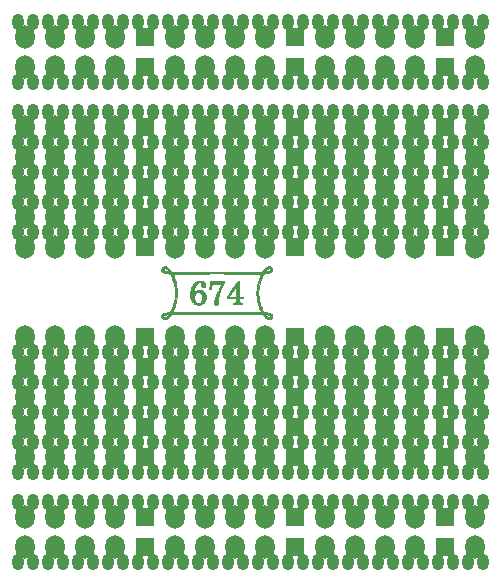
<source format=gtl>
%FSLAX34Y34*%
G04 Gerber Fmt 3.4, Leading zero omitted, Abs format*
G04 (created by PCBNEW (2014-06-12 BZR 4942)-product) date Sat 14 Jun 2014 05:02:03 AM CEST*
%MOIN*%
G01*
G70*
G90*
G04 APERTURE LIST*
%ADD10C,0.005906*%
%ADD11C,0.003937*%
%ADD12O,0.064961X0.078740*%
%ADD13R,0.064961X0.064961*%
%ADD14O,0.039370X0.055118*%
G04 APERTURE END LIST*
G54D10*
G54D11*
G36*
X18978Y-34274D02*
X18977Y-34278D01*
X18973Y-34293D01*
X18966Y-34307D01*
X18956Y-34320D01*
X18943Y-34332D01*
X18926Y-34343D01*
X18912Y-34350D01*
X18912Y-34266D01*
X18911Y-34257D01*
X18906Y-34247D01*
X18903Y-34243D01*
X18894Y-34230D01*
X18884Y-34221D01*
X18876Y-34216D01*
X18868Y-34215D01*
X18858Y-34215D01*
X18848Y-34216D01*
X18838Y-34219D01*
X18838Y-34219D01*
X18824Y-34227D01*
X18809Y-34238D01*
X18792Y-34251D01*
X18776Y-34267D01*
X18759Y-34285D01*
X18743Y-34305D01*
X18732Y-34318D01*
X18728Y-34325D01*
X18748Y-34322D01*
X18759Y-34321D01*
X18772Y-34319D01*
X18784Y-34317D01*
X18792Y-34316D01*
X18814Y-34312D01*
X18834Y-34307D01*
X18853Y-34302D01*
X18870Y-34297D01*
X18884Y-34291D01*
X18896Y-34285D01*
X18905Y-34279D01*
X18910Y-34274D01*
X18911Y-34273D01*
X18912Y-34266D01*
X18912Y-34350D01*
X18907Y-34352D01*
X18884Y-34361D01*
X18857Y-34369D01*
X18827Y-34376D01*
X18794Y-34381D01*
X18775Y-34384D01*
X18766Y-34385D01*
X18755Y-34387D01*
X18743Y-34388D01*
X18731Y-34389D01*
X18719Y-34391D01*
X18707Y-34392D01*
X18698Y-34393D01*
X18691Y-34393D01*
X18686Y-34394D01*
X18686Y-34394D01*
X18684Y-34395D01*
X18681Y-34400D01*
X18677Y-34407D01*
X18672Y-34416D01*
X18667Y-34427D01*
X18661Y-34439D01*
X18655Y-34452D01*
X18648Y-34465D01*
X18642Y-34478D01*
X18636Y-34491D01*
X18631Y-34503D01*
X18626Y-34513D01*
X18625Y-34517D01*
X18607Y-34562D01*
X18607Y-34399D01*
X18574Y-34400D01*
X18567Y-34400D01*
X18557Y-34400D01*
X18543Y-34401D01*
X18527Y-34401D01*
X18509Y-34401D01*
X18489Y-34401D01*
X18467Y-34402D01*
X18444Y-34402D01*
X18420Y-34402D01*
X18396Y-34402D01*
X18391Y-34402D01*
X18373Y-34402D01*
X18355Y-34402D01*
X18338Y-34403D01*
X18321Y-34403D01*
X18303Y-34403D01*
X18286Y-34403D01*
X18267Y-34403D01*
X18249Y-34402D01*
X18229Y-34402D01*
X18209Y-34402D01*
X18187Y-34402D01*
X18164Y-34402D01*
X18140Y-34401D01*
X18114Y-34401D01*
X18086Y-34401D01*
X18056Y-34400D01*
X18023Y-34400D01*
X17988Y-34399D01*
X17951Y-34399D01*
X17911Y-34398D01*
X17868Y-34397D01*
X17821Y-34396D01*
X17772Y-34395D01*
X17719Y-34395D01*
X17650Y-34393D01*
X17584Y-34392D01*
X17521Y-34391D01*
X17461Y-34391D01*
X17403Y-34390D01*
X17347Y-34389D01*
X17292Y-34389D01*
X17239Y-34388D01*
X17186Y-34388D01*
X17134Y-34388D01*
X17082Y-34388D01*
X17029Y-34388D01*
X16976Y-34389D01*
X16921Y-34389D01*
X16866Y-34390D01*
X16808Y-34390D01*
X16749Y-34391D01*
X16687Y-34392D01*
X16622Y-34393D01*
X16553Y-34394D01*
X16537Y-34395D01*
X16483Y-34395D01*
X16433Y-34396D01*
X16387Y-34397D01*
X16343Y-34398D01*
X16303Y-34399D01*
X16265Y-34399D01*
X16230Y-34400D01*
X16197Y-34400D01*
X16167Y-34401D01*
X16138Y-34401D01*
X16112Y-34401D01*
X16087Y-34402D01*
X16064Y-34402D01*
X16042Y-34402D01*
X16021Y-34402D01*
X16001Y-34402D01*
X15982Y-34403D01*
X15964Y-34403D01*
X15946Y-34403D01*
X15928Y-34403D01*
X15911Y-34402D01*
X15893Y-34402D01*
X15875Y-34402D01*
X15863Y-34402D01*
X15839Y-34402D01*
X15815Y-34402D01*
X15792Y-34402D01*
X15770Y-34401D01*
X15750Y-34401D01*
X15731Y-34401D01*
X15715Y-34401D01*
X15701Y-34400D01*
X15690Y-34400D01*
X15683Y-34400D01*
X15682Y-34400D01*
X15650Y-34399D01*
X15661Y-34422D01*
X15689Y-34484D01*
X15715Y-34548D01*
X15737Y-34615D01*
X15756Y-34682D01*
X15772Y-34751D01*
X15785Y-34821D01*
X15794Y-34891D01*
X15801Y-34962D01*
X15801Y-34963D01*
X15801Y-34974D01*
X15801Y-34987D01*
X15802Y-35003D01*
X15802Y-35021D01*
X15802Y-35039D01*
X15802Y-35057D01*
X15801Y-35075D01*
X15801Y-35091D01*
X15800Y-35105D01*
X15800Y-35117D01*
X15800Y-35117D01*
X15793Y-35188D01*
X15783Y-35259D01*
X15769Y-35330D01*
X15752Y-35400D01*
X15731Y-35470D01*
X15707Y-35538D01*
X15680Y-35604D01*
X15663Y-35643D01*
X15659Y-35651D01*
X15656Y-35658D01*
X15653Y-35664D01*
X15652Y-35667D01*
X15652Y-35667D01*
X15654Y-35667D01*
X15660Y-35668D01*
X15668Y-35667D01*
X15679Y-35667D01*
X15691Y-35667D01*
X15706Y-35667D01*
X15721Y-35666D01*
X15724Y-35666D01*
X15742Y-35666D01*
X15760Y-35665D01*
X15778Y-35665D01*
X15797Y-35665D01*
X15817Y-35664D01*
X15838Y-35664D01*
X15861Y-35664D01*
X15884Y-35664D01*
X15909Y-35664D01*
X15936Y-35664D01*
X15964Y-35664D01*
X15994Y-35664D01*
X16026Y-35665D01*
X16061Y-35665D01*
X16097Y-35665D01*
X16136Y-35666D01*
X16178Y-35666D01*
X16222Y-35667D01*
X16270Y-35668D01*
X16320Y-35669D01*
X16373Y-35669D01*
X16430Y-35670D01*
X16490Y-35672D01*
X16546Y-35672D01*
X16631Y-35674D01*
X16712Y-35675D01*
X16791Y-35676D01*
X16866Y-35677D01*
X16939Y-35678D01*
X17009Y-35678D01*
X17077Y-35679D01*
X17143Y-35679D01*
X17208Y-35679D01*
X17271Y-35678D01*
X17333Y-35678D01*
X17394Y-35677D01*
X17413Y-35677D01*
X17439Y-35677D01*
X17468Y-35676D01*
X17500Y-35676D01*
X17533Y-35675D01*
X17566Y-35675D01*
X17600Y-35674D01*
X17634Y-35674D01*
X17666Y-35673D01*
X17696Y-35673D01*
X17711Y-35672D01*
X17764Y-35671D01*
X17813Y-35671D01*
X17859Y-35670D01*
X17901Y-35669D01*
X17941Y-35668D01*
X17978Y-35668D01*
X18012Y-35667D01*
X18044Y-35667D01*
X18074Y-35666D01*
X18102Y-35666D01*
X18127Y-35666D01*
X18151Y-35665D01*
X18174Y-35665D01*
X18195Y-35665D01*
X18215Y-35665D01*
X18234Y-35665D01*
X18252Y-35664D01*
X18270Y-35664D01*
X18287Y-35664D01*
X18304Y-35664D01*
X18321Y-35664D01*
X18338Y-35664D01*
X18355Y-35665D01*
X18373Y-35665D01*
X18389Y-35665D01*
X18413Y-35665D01*
X18437Y-35665D01*
X18461Y-35665D01*
X18483Y-35666D01*
X18504Y-35666D01*
X18523Y-35666D01*
X18540Y-35666D01*
X18554Y-35667D01*
X18565Y-35667D01*
X18574Y-35667D01*
X18576Y-35667D01*
X18607Y-35668D01*
X18596Y-35645D01*
X18573Y-35595D01*
X18551Y-35542D01*
X18531Y-35487D01*
X18513Y-35430D01*
X18497Y-35372D01*
X18483Y-35313D01*
X18472Y-35254D01*
X18466Y-35211D01*
X18458Y-35146D01*
X18454Y-35079D01*
X18454Y-35012D01*
X18457Y-34945D01*
X18463Y-34879D01*
X18465Y-34863D01*
X18473Y-34810D01*
X18483Y-34756D01*
X18496Y-34701D01*
X18510Y-34648D01*
X18526Y-34595D01*
X18544Y-34543D01*
X18563Y-34494D01*
X18584Y-34447D01*
X18596Y-34421D01*
X18607Y-34399D01*
X18607Y-34562D01*
X18599Y-34583D01*
X18577Y-34651D01*
X18558Y-34720D01*
X18543Y-34790D01*
X18531Y-34860D01*
X18529Y-34876D01*
X18522Y-34935D01*
X18519Y-34995D01*
X18519Y-35056D01*
X18521Y-35115D01*
X18525Y-35158D01*
X18533Y-35225D01*
X18545Y-35291D01*
X18561Y-35357D01*
X18579Y-35423D01*
X18600Y-35487D01*
X18624Y-35549D01*
X18631Y-35565D01*
X18635Y-35576D01*
X18641Y-35588D01*
X18648Y-35603D01*
X18655Y-35617D01*
X18662Y-35632D01*
X18669Y-35645D01*
X18675Y-35656D01*
X18680Y-35665D01*
X18684Y-35673D01*
X18706Y-35675D01*
X18744Y-35679D01*
X18778Y-35683D01*
X18809Y-35688D01*
X18837Y-35694D01*
X18861Y-35699D01*
X18883Y-35706D01*
X18903Y-35713D01*
X18920Y-35721D01*
X18935Y-35729D01*
X18943Y-35735D01*
X18957Y-35747D01*
X18967Y-35761D01*
X18974Y-35776D01*
X18978Y-35792D01*
X18978Y-35809D01*
X18974Y-35826D01*
X18967Y-35844D01*
X18960Y-35858D01*
X18947Y-35875D01*
X18933Y-35890D01*
X18918Y-35902D01*
X18912Y-35905D01*
X18912Y-35799D01*
X18912Y-35796D01*
X18909Y-35793D01*
X18906Y-35790D01*
X18896Y-35783D01*
X18883Y-35776D01*
X18867Y-35770D01*
X18848Y-35764D01*
X18827Y-35758D01*
X18803Y-35753D01*
X18778Y-35749D01*
X18760Y-35746D01*
X18750Y-35745D01*
X18742Y-35744D01*
X18736Y-35743D01*
X18732Y-35743D01*
X18732Y-35743D01*
X18728Y-35742D01*
X18732Y-35748D01*
X18741Y-35761D01*
X18752Y-35774D01*
X18764Y-35787D01*
X18776Y-35800D01*
X18787Y-35812D01*
X18798Y-35821D01*
X18803Y-35826D01*
X18820Y-35838D01*
X18835Y-35846D01*
X18849Y-35851D01*
X18862Y-35853D01*
X18873Y-35851D01*
X18876Y-35850D01*
X18884Y-35846D01*
X18892Y-35838D01*
X18900Y-35830D01*
X18906Y-35820D01*
X18910Y-35811D01*
X18912Y-35804D01*
X18912Y-35799D01*
X18912Y-35905D01*
X18901Y-35911D01*
X18896Y-35912D01*
X18891Y-35914D01*
X18886Y-35915D01*
X18881Y-35916D01*
X18874Y-35916D01*
X18864Y-35916D01*
X18858Y-35916D01*
X18847Y-35915D01*
X18839Y-35915D01*
X18833Y-35914D01*
X18828Y-35913D01*
X18823Y-35912D01*
X18817Y-35909D01*
X18814Y-35908D01*
X18792Y-35897D01*
X18770Y-35883D01*
X18747Y-35864D01*
X18725Y-35843D01*
X18703Y-35818D01*
X18681Y-35789D01*
X18659Y-35758D01*
X18658Y-35756D01*
X18653Y-35748D01*
X18649Y-35742D01*
X18646Y-35739D01*
X18643Y-35737D01*
X18641Y-35736D01*
X18638Y-35735D01*
X18631Y-35735D01*
X18620Y-35734D01*
X18606Y-35733D01*
X18589Y-35733D01*
X18569Y-35732D01*
X18547Y-35732D01*
X18521Y-35731D01*
X18494Y-35731D01*
X18464Y-35730D01*
X18433Y-35730D01*
X18399Y-35730D01*
X18388Y-35729D01*
X18369Y-35729D01*
X18351Y-35729D01*
X18333Y-35729D01*
X18315Y-35729D01*
X18297Y-35729D01*
X18278Y-35729D01*
X18258Y-35729D01*
X18238Y-35729D01*
X18216Y-35730D01*
X18194Y-35730D01*
X18170Y-35730D01*
X18145Y-35730D01*
X18118Y-35731D01*
X18089Y-35731D01*
X18058Y-35732D01*
X18025Y-35732D01*
X17989Y-35733D01*
X17951Y-35733D01*
X17911Y-35734D01*
X17867Y-35735D01*
X17821Y-35736D01*
X17771Y-35737D01*
X17718Y-35737D01*
X17665Y-35738D01*
X17604Y-35740D01*
X17540Y-35740D01*
X17473Y-35741D01*
X17404Y-35742D01*
X17333Y-35742D01*
X17260Y-35743D01*
X17187Y-35743D01*
X17114Y-35743D01*
X17040Y-35743D01*
X16968Y-35742D01*
X16896Y-35742D01*
X16825Y-35742D01*
X16757Y-35741D01*
X16691Y-35740D01*
X16628Y-35739D01*
X16590Y-35738D01*
X16534Y-35737D01*
X16481Y-35736D01*
X16431Y-35736D01*
X16385Y-35735D01*
X16341Y-35734D01*
X16301Y-35733D01*
X16263Y-35733D01*
X16227Y-35732D01*
X16194Y-35732D01*
X16164Y-35731D01*
X16135Y-35731D01*
X16108Y-35730D01*
X16082Y-35730D01*
X16058Y-35730D01*
X16036Y-35730D01*
X16014Y-35729D01*
X15994Y-35729D01*
X15974Y-35729D01*
X15955Y-35729D01*
X15937Y-35729D01*
X15918Y-35729D01*
X15900Y-35729D01*
X15882Y-35729D01*
X15868Y-35729D01*
X15837Y-35730D01*
X15807Y-35730D01*
X15778Y-35730D01*
X15751Y-35731D01*
X15725Y-35731D01*
X15702Y-35732D01*
X15681Y-35732D01*
X15662Y-35733D01*
X15647Y-35733D01*
X15634Y-35734D01*
X15624Y-35735D01*
X15618Y-35735D01*
X15617Y-35735D01*
X15614Y-35736D01*
X15611Y-35739D01*
X15608Y-35743D01*
X15604Y-35749D01*
X15602Y-35752D01*
X15591Y-35769D01*
X15578Y-35786D01*
X15565Y-35804D01*
X15551Y-35821D01*
X15537Y-35837D01*
X15529Y-35846D01*
X15529Y-35743D01*
X15527Y-35743D01*
X15522Y-35743D01*
X15515Y-35744D01*
X15506Y-35745D01*
X15500Y-35746D01*
X15483Y-35748D01*
X15465Y-35751D01*
X15447Y-35754D01*
X15430Y-35758D01*
X15415Y-35761D01*
X15402Y-35765D01*
X15400Y-35765D01*
X15388Y-35769D01*
X15377Y-35774D01*
X15366Y-35779D01*
X15356Y-35784D01*
X15350Y-35789D01*
X15348Y-35791D01*
X15344Y-35795D01*
X15343Y-35799D01*
X15343Y-35804D01*
X15343Y-35804D01*
X15345Y-35812D01*
X15350Y-35822D01*
X15356Y-35831D01*
X15364Y-35840D01*
X15372Y-35847D01*
X15378Y-35850D01*
X15385Y-35852D01*
X15395Y-35853D01*
X15405Y-35851D01*
X15415Y-35849D01*
X15421Y-35847D01*
X15437Y-35838D01*
X15455Y-35825D01*
X15472Y-35810D01*
X15491Y-35791D01*
X15510Y-35768D01*
X15517Y-35760D01*
X15522Y-35753D01*
X15526Y-35748D01*
X15528Y-35744D01*
X15529Y-35743D01*
X15529Y-35846D01*
X15524Y-35851D01*
X15512Y-35863D01*
X15511Y-35864D01*
X15492Y-35879D01*
X15473Y-35893D01*
X15454Y-35904D01*
X15435Y-35911D01*
X15434Y-35912D01*
X15428Y-35914D01*
X15423Y-35915D01*
X15417Y-35915D01*
X15409Y-35916D01*
X15398Y-35916D01*
X15394Y-35916D01*
X15383Y-35916D01*
X15374Y-35916D01*
X15368Y-35915D01*
X15363Y-35914D01*
X15359Y-35913D01*
X15355Y-35911D01*
X15338Y-35903D01*
X15323Y-35891D01*
X15309Y-35877D01*
X15299Y-35863D01*
X15288Y-35845D01*
X15281Y-35828D01*
X15277Y-35811D01*
X15277Y-35795D01*
X15277Y-35790D01*
X15281Y-35776D01*
X15287Y-35763D01*
X15295Y-35750D01*
X15307Y-35739D01*
X15321Y-35729D01*
X15338Y-35719D01*
X15359Y-35711D01*
X15382Y-35703D01*
X15408Y-35696D01*
X15438Y-35690D01*
X15472Y-35684D01*
X15508Y-35679D01*
X15548Y-35675D01*
X15559Y-35674D01*
X15574Y-35673D01*
X15587Y-35647D01*
X15614Y-35593D01*
X15638Y-35536D01*
X15660Y-35477D01*
X15680Y-35416D01*
X15697Y-35353D01*
X15711Y-35288D01*
X15723Y-35223D01*
X15731Y-35156D01*
X15732Y-35155D01*
X15733Y-35139D01*
X15734Y-35121D01*
X15735Y-35100D01*
X15736Y-35078D01*
X15736Y-35054D01*
X15736Y-35030D01*
X15736Y-35007D01*
X15736Y-34984D01*
X15735Y-34962D01*
X15734Y-34943D01*
X15733Y-34927D01*
X15732Y-34921D01*
X15723Y-34848D01*
X15711Y-34777D01*
X15695Y-34708D01*
X15676Y-34640D01*
X15654Y-34574D01*
X15629Y-34509D01*
X15609Y-34464D01*
X15606Y-34457D01*
X15601Y-34449D01*
X15597Y-34439D01*
X15592Y-34429D01*
X15587Y-34420D01*
X15582Y-34411D01*
X15578Y-34403D01*
X15575Y-34398D01*
X15573Y-34395D01*
X15573Y-34394D01*
X15571Y-34394D01*
X15566Y-34394D01*
X15559Y-34393D01*
X15550Y-34392D01*
X15540Y-34391D01*
X15528Y-34390D01*
X15528Y-34325D01*
X15528Y-34324D01*
X15526Y-34320D01*
X15524Y-34317D01*
X15506Y-34295D01*
X15489Y-34274D01*
X15471Y-34256D01*
X15454Y-34241D01*
X15438Y-34230D01*
X15431Y-34225D01*
X15418Y-34219D01*
X15405Y-34215D01*
X15393Y-34214D01*
X15383Y-34215D01*
X15378Y-34217D01*
X15369Y-34222D01*
X15361Y-34230D01*
X15354Y-34239D01*
X15348Y-34249D01*
X15344Y-34258D01*
X15343Y-34263D01*
X15343Y-34268D01*
X15344Y-34272D01*
X15347Y-34276D01*
X15357Y-34283D01*
X15369Y-34290D01*
X15385Y-34297D01*
X15405Y-34303D01*
X15427Y-34309D01*
X15452Y-34314D01*
X15480Y-34319D01*
X15506Y-34322D01*
X15515Y-34323D01*
X15522Y-34324D01*
X15526Y-34325D01*
X15528Y-34325D01*
X15528Y-34390D01*
X15501Y-34387D01*
X15465Y-34382D01*
X15432Y-34376D01*
X15402Y-34370D01*
X15376Y-34363D01*
X15354Y-34355D01*
X15334Y-34346D01*
X15317Y-34336D01*
X15304Y-34325D01*
X15293Y-34314D01*
X15285Y-34301D01*
X15279Y-34287D01*
X15278Y-34278D01*
X15277Y-34263D01*
X15279Y-34247D01*
X15284Y-34230D01*
X15292Y-34214D01*
X15302Y-34199D01*
X15314Y-34184D01*
X15327Y-34172D01*
X15342Y-34162D01*
X15348Y-34159D01*
X15362Y-34152D01*
X15391Y-34151D01*
X15403Y-34151D01*
X15412Y-34151D01*
X15418Y-34152D01*
X15424Y-34152D01*
X15428Y-34153D01*
X15433Y-34155D01*
X15454Y-34164D01*
X15476Y-34176D01*
X15497Y-34192D01*
X15519Y-34212D01*
X15541Y-34235D01*
X15564Y-34261D01*
X15584Y-34289D01*
X15590Y-34298D01*
X15596Y-34307D01*
X15601Y-34314D01*
X15605Y-34320D01*
X15605Y-34320D01*
X15609Y-34326D01*
X15613Y-34330D01*
X15616Y-34331D01*
X15617Y-34332D01*
X15623Y-34332D01*
X15632Y-34333D01*
X15644Y-34333D01*
X15659Y-34334D01*
X15677Y-34335D01*
X15697Y-34335D01*
X15720Y-34336D01*
X15744Y-34336D01*
X15770Y-34336D01*
X15798Y-34337D01*
X15827Y-34337D01*
X15857Y-34337D01*
X15865Y-34338D01*
X15883Y-34338D01*
X15902Y-34338D01*
X15921Y-34338D01*
X15940Y-34338D01*
X15960Y-34338D01*
X15980Y-34338D01*
X16002Y-34338D01*
X16024Y-34337D01*
X16048Y-34337D01*
X16073Y-34337D01*
X16099Y-34337D01*
X16128Y-34336D01*
X16158Y-34336D01*
X16191Y-34335D01*
X16225Y-34335D01*
X16262Y-34334D01*
X16302Y-34334D01*
X16344Y-34333D01*
X16389Y-34332D01*
X16438Y-34331D01*
X16489Y-34330D01*
X16544Y-34329D01*
X16582Y-34328D01*
X16638Y-34328D01*
X16698Y-34327D01*
X16760Y-34326D01*
X16824Y-34325D01*
X16891Y-34325D01*
X16959Y-34325D01*
X17028Y-34324D01*
X17097Y-34324D01*
X17167Y-34324D01*
X17236Y-34324D01*
X17305Y-34325D01*
X17373Y-34325D01*
X17439Y-34325D01*
X17503Y-34326D01*
X17565Y-34327D01*
X17624Y-34328D01*
X17673Y-34328D01*
X17730Y-34330D01*
X17784Y-34331D01*
X17835Y-34331D01*
X17882Y-34332D01*
X17927Y-34333D01*
X17968Y-34334D01*
X18007Y-34334D01*
X18043Y-34335D01*
X18077Y-34336D01*
X18109Y-34336D01*
X18139Y-34336D01*
X18167Y-34337D01*
X18193Y-34337D01*
X18218Y-34337D01*
X18241Y-34337D01*
X18263Y-34338D01*
X18285Y-34338D01*
X18305Y-34338D01*
X18325Y-34338D01*
X18344Y-34338D01*
X18363Y-34338D01*
X18382Y-34338D01*
X18390Y-34338D01*
X18422Y-34337D01*
X18453Y-34337D01*
X18482Y-34337D01*
X18510Y-34336D01*
X18535Y-34336D01*
X18559Y-34335D01*
X18580Y-34334D01*
X18598Y-34334D01*
X18613Y-34333D01*
X18625Y-34333D01*
X18634Y-34332D01*
X18638Y-34332D01*
X18642Y-34331D01*
X18645Y-34329D01*
X18647Y-34327D01*
X18651Y-34322D01*
X18654Y-34316D01*
X18676Y-34284D01*
X18699Y-34255D01*
X18722Y-34228D01*
X18731Y-34219D01*
X18752Y-34199D01*
X18772Y-34183D01*
X18791Y-34170D01*
X18811Y-34160D01*
X18818Y-34157D01*
X18823Y-34155D01*
X18828Y-34154D01*
X18833Y-34153D01*
X18839Y-34152D01*
X18846Y-34152D01*
X18856Y-34152D01*
X18863Y-34152D01*
X18893Y-34152D01*
X18908Y-34159D01*
X18923Y-34168D01*
X18937Y-34180D01*
X18949Y-34194D01*
X18960Y-34209D01*
X18968Y-34225D01*
X18974Y-34242D01*
X18978Y-34258D01*
X18978Y-34274D01*
X18978Y-34274D01*
X18978Y-34274D01*
G37*
X18978Y-34274D02*
X18977Y-34278D01*
X18973Y-34293D01*
X18966Y-34307D01*
X18956Y-34320D01*
X18943Y-34332D01*
X18926Y-34343D01*
X18912Y-34350D01*
X18912Y-34266D01*
X18911Y-34257D01*
X18906Y-34247D01*
X18903Y-34243D01*
X18894Y-34230D01*
X18884Y-34221D01*
X18876Y-34216D01*
X18868Y-34215D01*
X18858Y-34215D01*
X18848Y-34216D01*
X18838Y-34219D01*
X18838Y-34219D01*
X18824Y-34227D01*
X18809Y-34238D01*
X18792Y-34251D01*
X18776Y-34267D01*
X18759Y-34285D01*
X18743Y-34305D01*
X18732Y-34318D01*
X18728Y-34325D01*
X18748Y-34322D01*
X18759Y-34321D01*
X18772Y-34319D01*
X18784Y-34317D01*
X18792Y-34316D01*
X18814Y-34312D01*
X18834Y-34307D01*
X18853Y-34302D01*
X18870Y-34297D01*
X18884Y-34291D01*
X18896Y-34285D01*
X18905Y-34279D01*
X18910Y-34274D01*
X18911Y-34273D01*
X18912Y-34266D01*
X18912Y-34350D01*
X18907Y-34352D01*
X18884Y-34361D01*
X18857Y-34369D01*
X18827Y-34376D01*
X18794Y-34381D01*
X18775Y-34384D01*
X18766Y-34385D01*
X18755Y-34387D01*
X18743Y-34388D01*
X18731Y-34389D01*
X18719Y-34391D01*
X18707Y-34392D01*
X18698Y-34393D01*
X18691Y-34393D01*
X18686Y-34394D01*
X18686Y-34394D01*
X18684Y-34395D01*
X18681Y-34400D01*
X18677Y-34407D01*
X18672Y-34416D01*
X18667Y-34427D01*
X18661Y-34439D01*
X18655Y-34452D01*
X18648Y-34465D01*
X18642Y-34478D01*
X18636Y-34491D01*
X18631Y-34503D01*
X18626Y-34513D01*
X18625Y-34517D01*
X18607Y-34562D01*
X18607Y-34399D01*
X18574Y-34400D01*
X18567Y-34400D01*
X18557Y-34400D01*
X18543Y-34401D01*
X18527Y-34401D01*
X18509Y-34401D01*
X18489Y-34401D01*
X18467Y-34402D01*
X18444Y-34402D01*
X18420Y-34402D01*
X18396Y-34402D01*
X18391Y-34402D01*
X18373Y-34402D01*
X18355Y-34402D01*
X18338Y-34403D01*
X18321Y-34403D01*
X18303Y-34403D01*
X18286Y-34403D01*
X18267Y-34403D01*
X18249Y-34402D01*
X18229Y-34402D01*
X18209Y-34402D01*
X18187Y-34402D01*
X18164Y-34402D01*
X18140Y-34401D01*
X18114Y-34401D01*
X18086Y-34401D01*
X18056Y-34400D01*
X18023Y-34400D01*
X17988Y-34399D01*
X17951Y-34399D01*
X17911Y-34398D01*
X17868Y-34397D01*
X17821Y-34396D01*
X17772Y-34395D01*
X17719Y-34395D01*
X17650Y-34393D01*
X17584Y-34392D01*
X17521Y-34391D01*
X17461Y-34391D01*
X17403Y-34390D01*
X17347Y-34389D01*
X17292Y-34389D01*
X17239Y-34388D01*
X17186Y-34388D01*
X17134Y-34388D01*
X17082Y-34388D01*
X17029Y-34388D01*
X16976Y-34389D01*
X16921Y-34389D01*
X16866Y-34390D01*
X16808Y-34390D01*
X16749Y-34391D01*
X16687Y-34392D01*
X16622Y-34393D01*
X16553Y-34394D01*
X16537Y-34395D01*
X16483Y-34395D01*
X16433Y-34396D01*
X16387Y-34397D01*
X16343Y-34398D01*
X16303Y-34399D01*
X16265Y-34399D01*
X16230Y-34400D01*
X16197Y-34400D01*
X16167Y-34401D01*
X16138Y-34401D01*
X16112Y-34401D01*
X16087Y-34402D01*
X16064Y-34402D01*
X16042Y-34402D01*
X16021Y-34402D01*
X16001Y-34402D01*
X15982Y-34403D01*
X15964Y-34403D01*
X15946Y-34403D01*
X15928Y-34403D01*
X15911Y-34402D01*
X15893Y-34402D01*
X15875Y-34402D01*
X15863Y-34402D01*
X15839Y-34402D01*
X15815Y-34402D01*
X15792Y-34402D01*
X15770Y-34401D01*
X15750Y-34401D01*
X15731Y-34401D01*
X15715Y-34401D01*
X15701Y-34400D01*
X15690Y-34400D01*
X15683Y-34400D01*
X15682Y-34400D01*
X15650Y-34399D01*
X15661Y-34422D01*
X15689Y-34484D01*
X15715Y-34548D01*
X15737Y-34615D01*
X15756Y-34682D01*
X15772Y-34751D01*
X15785Y-34821D01*
X15794Y-34891D01*
X15801Y-34962D01*
X15801Y-34963D01*
X15801Y-34974D01*
X15801Y-34987D01*
X15802Y-35003D01*
X15802Y-35021D01*
X15802Y-35039D01*
X15802Y-35057D01*
X15801Y-35075D01*
X15801Y-35091D01*
X15800Y-35105D01*
X15800Y-35117D01*
X15800Y-35117D01*
X15793Y-35188D01*
X15783Y-35259D01*
X15769Y-35330D01*
X15752Y-35400D01*
X15731Y-35470D01*
X15707Y-35538D01*
X15680Y-35604D01*
X15663Y-35643D01*
X15659Y-35651D01*
X15656Y-35658D01*
X15653Y-35664D01*
X15652Y-35667D01*
X15652Y-35667D01*
X15654Y-35667D01*
X15660Y-35668D01*
X15668Y-35667D01*
X15679Y-35667D01*
X15691Y-35667D01*
X15706Y-35667D01*
X15721Y-35666D01*
X15724Y-35666D01*
X15742Y-35666D01*
X15760Y-35665D01*
X15778Y-35665D01*
X15797Y-35665D01*
X15817Y-35664D01*
X15838Y-35664D01*
X15861Y-35664D01*
X15884Y-35664D01*
X15909Y-35664D01*
X15936Y-35664D01*
X15964Y-35664D01*
X15994Y-35664D01*
X16026Y-35665D01*
X16061Y-35665D01*
X16097Y-35665D01*
X16136Y-35666D01*
X16178Y-35666D01*
X16222Y-35667D01*
X16270Y-35668D01*
X16320Y-35669D01*
X16373Y-35669D01*
X16430Y-35670D01*
X16490Y-35672D01*
X16546Y-35672D01*
X16631Y-35674D01*
X16712Y-35675D01*
X16791Y-35676D01*
X16866Y-35677D01*
X16939Y-35678D01*
X17009Y-35678D01*
X17077Y-35679D01*
X17143Y-35679D01*
X17208Y-35679D01*
X17271Y-35678D01*
X17333Y-35678D01*
X17394Y-35677D01*
X17413Y-35677D01*
X17439Y-35677D01*
X17468Y-35676D01*
X17500Y-35676D01*
X17533Y-35675D01*
X17566Y-35675D01*
X17600Y-35674D01*
X17634Y-35674D01*
X17666Y-35673D01*
X17696Y-35673D01*
X17711Y-35672D01*
X17764Y-35671D01*
X17813Y-35671D01*
X17859Y-35670D01*
X17901Y-35669D01*
X17941Y-35668D01*
X17978Y-35668D01*
X18012Y-35667D01*
X18044Y-35667D01*
X18074Y-35666D01*
X18102Y-35666D01*
X18127Y-35666D01*
X18151Y-35665D01*
X18174Y-35665D01*
X18195Y-35665D01*
X18215Y-35665D01*
X18234Y-35665D01*
X18252Y-35664D01*
X18270Y-35664D01*
X18287Y-35664D01*
X18304Y-35664D01*
X18321Y-35664D01*
X18338Y-35664D01*
X18355Y-35665D01*
X18373Y-35665D01*
X18389Y-35665D01*
X18413Y-35665D01*
X18437Y-35665D01*
X18461Y-35665D01*
X18483Y-35666D01*
X18504Y-35666D01*
X18523Y-35666D01*
X18540Y-35666D01*
X18554Y-35667D01*
X18565Y-35667D01*
X18574Y-35667D01*
X18576Y-35667D01*
X18607Y-35668D01*
X18596Y-35645D01*
X18573Y-35595D01*
X18551Y-35542D01*
X18531Y-35487D01*
X18513Y-35430D01*
X18497Y-35372D01*
X18483Y-35313D01*
X18472Y-35254D01*
X18466Y-35211D01*
X18458Y-35146D01*
X18454Y-35079D01*
X18454Y-35012D01*
X18457Y-34945D01*
X18463Y-34879D01*
X18465Y-34863D01*
X18473Y-34810D01*
X18483Y-34756D01*
X18496Y-34701D01*
X18510Y-34648D01*
X18526Y-34595D01*
X18544Y-34543D01*
X18563Y-34494D01*
X18584Y-34447D01*
X18596Y-34421D01*
X18607Y-34399D01*
X18607Y-34562D01*
X18599Y-34583D01*
X18577Y-34651D01*
X18558Y-34720D01*
X18543Y-34790D01*
X18531Y-34860D01*
X18529Y-34876D01*
X18522Y-34935D01*
X18519Y-34995D01*
X18519Y-35056D01*
X18521Y-35115D01*
X18525Y-35158D01*
X18533Y-35225D01*
X18545Y-35291D01*
X18561Y-35357D01*
X18579Y-35423D01*
X18600Y-35487D01*
X18624Y-35549D01*
X18631Y-35565D01*
X18635Y-35576D01*
X18641Y-35588D01*
X18648Y-35603D01*
X18655Y-35617D01*
X18662Y-35632D01*
X18669Y-35645D01*
X18675Y-35656D01*
X18680Y-35665D01*
X18684Y-35673D01*
X18706Y-35675D01*
X18744Y-35679D01*
X18778Y-35683D01*
X18809Y-35688D01*
X18837Y-35694D01*
X18861Y-35699D01*
X18883Y-35706D01*
X18903Y-35713D01*
X18920Y-35721D01*
X18935Y-35729D01*
X18943Y-35735D01*
X18957Y-35747D01*
X18967Y-35761D01*
X18974Y-35776D01*
X18978Y-35792D01*
X18978Y-35809D01*
X18974Y-35826D01*
X18967Y-35844D01*
X18960Y-35858D01*
X18947Y-35875D01*
X18933Y-35890D01*
X18918Y-35902D01*
X18912Y-35905D01*
X18912Y-35799D01*
X18912Y-35796D01*
X18909Y-35793D01*
X18906Y-35790D01*
X18896Y-35783D01*
X18883Y-35776D01*
X18867Y-35770D01*
X18848Y-35764D01*
X18827Y-35758D01*
X18803Y-35753D01*
X18778Y-35749D01*
X18760Y-35746D01*
X18750Y-35745D01*
X18742Y-35744D01*
X18736Y-35743D01*
X18732Y-35743D01*
X18732Y-35743D01*
X18728Y-35742D01*
X18732Y-35748D01*
X18741Y-35761D01*
X18752Y-35774D01*
X18764Y-35787D01*
X18776Y-35800D01*
X18787Y-35812D01*
X18798Y-35821D01*
X18803Y-35826D01*
X18820Y-35838D01*
X18835Y-35846D01*
X18849Y-35851D01*
X18862Y-35853D01*
X18873Y-35851D01*
X18876Y-35850D01*
X18884Y-35846D01*
X18892Y-35838D01*
X18900Y-35830D01*
X18906Y-35820D01*
X18910Y-35811D01*
X18912Y-35804D01*
X18912Y-35799D01*
X18912Y-35905D01*
X18901Y-35911D01*
X18896Y-35912D01*
X18891Y-35914D01*
X18886Y-35915D01*
X18881Y-35916D01*
X18874Y-35916D01*
X18864Y-35916D01*
X18858Y-35916D01*
X18847Y-35915D01*
X18839Y-35915D01*
X18833Y-35914D01*
X18828Y-35913D01*
X18823Y-35912D01*
X18817Y-35909D01*
X18814Y-35908D01*
X18792Y-35897D01*
X18770Y-35883D01*
X18747Y-35864D01*
X18725Y-35843D01*
X18703Y-35818D01*
X18681Y-35789D01*
X18659Y-35758D01*
X18658Y-35756D01*
X18653Y-35748D01*
X18649Y-35742D01*
X18646Y-35739D01*
X18643Y-35737D01*
X18641Y-35736D01*
X18638Y-35735D01*
X18631Y-35735D01*
X18620Y-35734D01*
X18606Y-35733D01*
X18589Y-35733D01*
X18569Y-35732D01*
X18547Y-35732D01*
X18521Y-35731D01*
X18494Y-35731D01*
X18464Y-35730D01*
X18433Y-35730D01*
X18399Y-35730D01*
X18388Y-35729D01*
X18369Y-35729D01*
X18351Y-35729D01*
X18333Y-35729D01*
X18315Y-35729D01*
X18297Y-35729D01*
X18278Y-35729D01*
X18258Y-35729D01*
X18238Y-35729D01*
X18216Y-35730D01*
X18194Y-35730D01*
X18170Y-35730D01*
X18145Y-35730D01*
X18118Y-35731D01*
X18089Y-35731D01*
X18058Y-35732D01*
X18025Y-35732D01*
X17989Y-35733D01*
X17951Y-35733D01*
X17911Y-35734D01*
X17867Y-35735D01*
X17821Y-35736D01*
X17771Y-35737D01*
X17718Y-35737D01*
X17665Y-35738D01*
X17604Y-35740D01*
X17540Y-35740D01*
X17473Y-35741D01*
X17404Y-35742D01*
X17333Y-35742D01*
X17260Y-35743D01*
X17187Y-35743D01*
X17114Y-35743D01*
X17040Y-35743D01*
X16968Y-35742D01*
X16896Y-35742D01*
X16825Y-35742D01*
X16757Y-35741D01*
X16691Y-35740D01*
X16628Y-35739D01*
X16590Y-35738D01*
X16534Y-35737D01*
X16481Y-35736D01*
X16431Y-35736D01*
X16385Y-35735D01*
X16341Y-35734D01*
X16301Y-35733D01*
X16263Y-35733D01*
X16227Y-35732D01*
X16194Y-35732D01*
X16164Y-35731D01*
X16135Y-35731D01*
X16108Y-35730D01*
X16082Y-35730D01*
X16058Y-35730D01*
X16036Y-35730D01*
X16014Y-35729D01*
X15994Y-35729D01*
X15974Y-35729D01*
X15955Y-35729D01*
X15937Y-35729D01*
X15918Y-35729D01*
X15900Y-35729D01*
X15882Y-35729D01*
X15868Y-35729D01*
X15837Y-35730D01*
X15807Y-35730D01*
X15778Y-35730D01*
X15751Y-35731D01*
X15725Y-35731D01*
X15702Y-35732D01*
X15681Y-35732D01*
X15662Y-35733D01*
X15647Y-35733D01*
X15634Y-35734D01*
X15624Y-35735D01*
X15618Y-35735D01*
X15617Y-35735D01*
X15614Y-35736D01*
X15611Y-35739D01*
X15608Y-35743D01*
X15604Y-35749D01*
X15602Y-35752D01*
X15591Y-35769D01*
X15578Y-35786D01*
X15565Y-35804D01*
X15551Y-35821D01*
X15537Y-35837D01*
X15529Y-35846D01*
X15529Y-35743D01*
X15527Y-35743D01*
X15522Y-35743D01*
X15515Y-35744D01*
X15506Y-35745D01*
X15500Y-35746D01*
X15483Y-35748D01*
X15465Y-35751D01*
X15447Y-35754D01*
X15430Y-35758D01*
X15415Y-35761D01*
X15402Y-35765D01*
X15400Y-35765D01*
X15388Y-35769D01*
X15377Y-35774D01*
X15366Y-35779D01*
X15356Y-35784D01*
X15350Y-35789D01*
X15348Y-35791D01*
X15344Y-35795D01*
X15343Y-35799D01*
X15343Y-35804D01*
X15343Y-35804D01*
X15345Y-35812D01*
X15350Y-35822D01*
X15356Y-35831D01*
X15364Y-35840D01*
X15372Y-35847D01*
X15378Y-35850D01*
X15385Y-35852D01*
X15395Y-35853D01*
X15405Y-35851D01*
X15415Y-35849D01*
X15421Y-35847D01*
X15437Y-35838D01*
X15455Y-35825D01*
X15472Y-35810D01*
X15491Y-35791D01*
X15510Y-35768D01*
X15517Y-35760D01*
X15522Y-35753D01*
X15526Y-35748D01*
X15528Y-35744D01*
X15529Y-35743D01*
X15529Y-35846D01*
X15524Y-35851D01*
X15512Y-35863D01*
X15511Y-35864D01*
X15492Y-35879D01*
X15473Y-35893D01*
X15454Y-35904D01*
X15435Y-35911D01*
X15434Y-35912D01*
X15428Y-35914D01*
X15423Y-35915D01*
X15417Y-35915D01*
X15409Y-35916D01*
X15398Y-35916D01*
X15394Y-35916D01*
X15383Y-35916D01*
X15374Y-35916D01*
X15368Y-35915D01*
X15363Y-35914D01*
X15359Y-35913D01*
X15355Y-35911D01*
X15338Y-35903D01*
X15323Y-35891D01*
X15309Y-35877D01*
X15299Y-35863D01*
X15288Y-35845D01*
X15281Y-35828D01*
X15277Y-35811D01*
X15277Y-35795D01*
X15277Y-35790D01*
X15281Y-35776D01*
X15287Y-35763D01*
X15295Y-35750D01*
X15307Y-35739D01*
X15321Y-35729D01*
X15338Y-35719D01*
X15359Y-35711D01*
X15382Y-35703D01*
X15408Y-35696D01*
X15438Y-35690D01*
X15472Y-35684D01*
X15508Y-35679D01*
X15548Y-35675D01*
X15559Y-35674D01*
X15574Y-35673D01*
X15587Y-35647D01*
X15614Y-35593D01*
X15638Y-35536D01*
X15660Y-35477D01*
X15680Y-35416D01*
X15697Y-35353D01*
X15711Y-35288D01*
X15723Y-35223D01*
X15731Y-35156D01*
X15732Y-35155D01*
X15733Y-35139D01*
X15734Y-35121D01*
X15735Y-35100D01*
X15736Y-35078D01*
X15736Y-35054D01*
X15736Y-35030D01*
X15736Y-35007D01*
X15736Y-34984D01*
X15735Y-34962D01*
X15734Y-34943D01*
X15733Y-34927D01*
X15732Y-34921D01*
X15723Y-34848D01*
X15711Y-34777D01*
X15695Y-34708D01*
X15676Y-34640D01*
X15654Y-34574D01*
X15629Y-34509D01*
X15609Y-34464D01*
X15606Y-34457D01*
X15601Y-34449D01*
X15597Y-34439D01*
X15592Y-34429D01*
X15587Y-34420D01*
X15582Y-34411D01*
X15578Y-34403D01*
X15575Y-34398D01*
X15573Y-34395D01*
X15573Y-34394D01*
X15571Y-34394D01*
X15566Y-34394D01*
X15559Y-34393D01*
X15550Y-34392D01*
X15540Y-34391D01*
X15528Y-34390D01*
X15528Y-34325D01*
X15528Y-34324D01*
X15526Y-34320D01*
X15524Y-34317D01*
X15506Y-34295D01*
X15489Y-34274D01*
X15471Y-34256D01*
X15454Y-34241D01*
X15438Y-34230D01*
X15431Y-34225D01*
X15418Y-34219D01*
X15405Y-34215D01*
X15393Y-34214D01*
X15383Y-34215D01*
X15378Y-34217D01*
X15369Y-34222D01*
X15361Y-34230D01*
X15354Y-34239D01*
X15348Y-34249D01*
X15344Y-34258D01*
X15343Y-34263D01*
X15343Y-34268D01*
X15344Y-34272D01*
X15347Y-34276D01*
X15357Y-34283D01*
X15369Y-34290D01*
X15385Y-34297D01*
X15405Y-34303D01*
X15427Y-34309D01*
X15452Y-34314D01*
X15480Y-34319D01*
X15506Y-34322D01*
X15515Y-34323D01*
X15522Y-34324D01*
X15526Y-34325D01*
X15528Y-34325D01*
X15528Y-34390D01*
X15501Y-34387D01*
X15465Y-34382D01*
X15432Y-34376D01*
X15402Y-34370D01*
X15376Y-34363D01*
X15354Y-34355D01*
X15334Y-34346D01*
X15317Y-34336D01*
X15304Y-34325D01*
X15293Y-34314D01*
X15285Y-34301D01*
X15279Y-34287D01*
X15278Y-34278D01*
X15277Y-34263D01*
X15279Y-34247D01*
X15284Y-34230D01*
X15292Y-34214D01*
X15302Y-34199D01*
X15314Y-34184D01*
X15327Y-34172D01*
X15342Y-34162D01*
X15348Y-34159D01*
X15362Y-34152D01*
X15391Y-34151D01*
X15403Y-34151D01*
X15412Y-34151D01*
X15418Y-34152D01*
X15424Y-34152D01*
X15428Y-34153D01*
X15433Y-34155D01*
X15454Y-34164D01*
X15476Y-34176D01*
X15497Y-34192D01*
X15519Y-34212D01*
X15541Y-34235D01*
X15564Y-34261D01*
X15584Y-34289D01*
X15590Y-34298D01*
X15596Y-34307D01*
X15601Y-34314D01*
X15605Y-34320D01*
X15605Y-34320D01*
X15609Y-34326D01*
X15613Y-34330D01*
X15616Y-34331D01*
X15617Y-34332D01*
X15623Y-34332D01*
X15632Y-34333D01*
X15644Y-34333D01*
X15659Y-34334D01*
X15677Y-34335D01*
X15697Y-34335D01*
X15720Y-34336D01*
X15744Y-34336D01*
X15770Y-34336D01*
X15798Y-34337D01*
X15827Y-34337D01*
X15857Y-34337D01*
X15865Y-34338D01*
X15883Y-34338D01*
X15902Y-34338D01*
X15921Y-34338D01*
X15940Y-34338D01*
X15960Y-34338D01*
X15980Y-34338D01*
X16002Y-34338D01*
X16024Y-34337D01*
X16048Y-34337D01*
X16073Y-34337D01*
X16099Y-34337D01*
X16128Y-34336D01*
X16158Y-34336D01*
X16191Y-34335D01*
X16225Y-34335D01*
X16262Y-34334D01*
X16302Y-34334D01*
X16344Y-34333D01*
X16389Y-34332D01*
X16438Y-34331D01*
X16489Y-34330D01*
X16544Y-34329D01*
X16582Y-34328D01*
X16638Y-34328D01*
X16698Y-34327D01*
X16760Y-34326D01*
X16824Y-34325D01*
X16891Y-34325D01*
X16959Y-34325D01*
X17028Y-34324D01*
X17097Y-34324D01*
X17167Y-34324D01*
X17236Y-34324D01*
X17305Y-34325D01*
X17373Y-34325D01*
X17439Y-34325D01*
X17503Y-34326D01*
X17565Y-34327D01*
X17624Y-34328D01*
X17673Y-34328D01*
X17730Y-34330D01*
X17784Y-34331D01*
X17835Y-34331D01*
X17882Y-34332D01*
X17927Y-34333D01*
X17968Y-34334D01*
X18007Y-34334D01*
X18043Y-34335D01*
X18077Y-34336D01*
X18109Y-34336D01*
X18139Y-34336D01*
X18167Y-34337D01*
X18193Y-34337D01*
X18218Y-34337D01*
X18241Y-34337D01*
X18263Y-34338D01*
X18285Y-34338D01*
X18305Y-34338D01*
X18325Y-34338D01*
X18344Y-34338D01*
X18363Y-34338D01*
X18382Y-34338D01*
X18390Y-34338D01*
X18422Y-34337D01*
X18453Y-34337D01*
X18482Y-34337D01*
X18510Y-34336D01*
X18535Y-34336D01*
X18559Y-34335D01*
X18580Y-34334D01*
X18598Y-34334D01*
X18613Y-34333D01*
X18625Y-34333D01*
X18634Y-34332D01*
X18638Y-34332D01*
X18642Y-34331D01*
X18645Y-34329D01*
X18647Y-34327D01*
X18651Y-34322D01*
X18654Y-34316D01*
X18676Y-34284D01*
X18699Y-34255D01*
X18722Y-34228D01*
X18731Y-34219D01*
X18752Y-34199D01*
X18772Y-34183D01*
X18791Y-34170D01*
X18811Y-34160D01*
X18818Y-34157D01*
X18823Y-34155D01*
X18828Y-34154D01*
X18833Y-34153D01*
X18839Y-34152D01*
X18846Y-34152D01*
X18856Y-34152D01*
X18863Y-34152D01*
X18893Y-34152D01*
X18908Y-34159D01*
X18923Y-34168D01*
X18937Y-34180D01*
X18949Y-34194D01*
X18960Y-34209D01*
X18968Y-34225D01*
X18974Y-34242D01*
X18978Y-34258D01*
X18978Y-34274D01*
X18978Y-34274D01*
G36*
X16768Y-35158D02*
X16768Y-35176D01*
X16767Y-35194D01*
X16765Y-35210D01*
X16763Y-35223D01*
X16754Y-35255D01*
X16742Y-35285D01*
X16727Y-35313D01*
X16709Y-35339D01*
X16690Y-35361D01*
X16668Y-35381D01*
X16645Y-35397D01*
X16645Y-35184D01*
X16645Y-35168D01*
X16645Y-35153D01*
X16644Y-35139D01*
X16643Y-35128D01*
X16642Y-35121D01*
X16638Y-35107D01*
X16633Y-35092D01*
X16627Y-35078D01*
X16622Y-35066D01*
X16620Y-35063D01*
X16612Y-35052D01*
X16602Y-35041D01*
X16591Y-35032D01*
X16582Y-35024D01*
X16564Y-35016D01*
X16545Y-35011D01*
X16525Y-35008D01*
X16505Y-35009D01*
X16484Y-35012D01*
X16464Y-35018D01*
X16453Y-35024D01*
X16444Y-35029D01*
X16435Y-35037D01*
X16425Y-35046D01*
X16416Y-35055D01*
X16408Y-35065D01*
X16403Y-35073D01*
X16393Y-35094D01*
X16385Y-35116D01*
X16380Y-35140D01*
X16377Y-35167D01*
X16376Y-35177D01*
X16376Y-35206D01*
X16380Y-35234D01*
X16386Y-35260D01*
X16395Y-35286D01*
X16400Y-35296D01*
X16408Y-35313D01*
X16417Y-35326D01*
X16426Y-35338D01*
X16436Y-35349D01*
X16438Y-35351D01*
X16453Y-35363D01*
X16470Y-35372D01*
X16488Y-35379D01*
X16507Y-35382D01*
X16525Y-35382D01*
X16540Y-35380D01*
X16559Y-35373D01*
X16576Y-35363D01*
X16592Y-35350D01*
X16606Y-35334D01*
X16617Y-35314D01*
X16627Y-35291D01*
X16636Y-35266D01*
X16642Y-35239D01*
X16643Y-35228D01*
X16644Y-35215D01*
X16645Y-35200D01*
X16645Y-35184D01*
X16645Y-35397D01*
X16644Y-35397D01*
X16619Y-35411D01*
X16592Y-35421D01*
X16577Y-35425D01*
X16569Y-35426D01*
X16559Y-35428D01*
X16548Y-35429D01*
X16537Y-35431D01*
X16527Y-35432D01*
X16518Y-35432D01*
X16512Y-35432D01*
X16512Y-35432D01*
X16508Y-35432D01*
X16502Y-35432D01*
X16495Y-35431D01*
X16490Y-35431D01*
X16461Y-35426D01*
X16433Y-35419D01*
X16406Y-35408D01*
X16381Y-35394D01*
X16357Y-35377D01*
X16336Y-35356D01*
X16316Y-35333D01*
X16299Y-35307D01*
X16288Y-35286D01*
X16274Y-35256D01*
X16264Y-35225D01*
X16255Y-35192D01*
X16249Y-35157D01*
X16245Y-35121D01*
X16244Y-35081D01*
X16244Y-35072D01*
X16246Y-35025D01*
X16251Y-34979D01*
X16259Y-34934D01*
X16271Y-34891D01*
X16286Y-34850D01*
X16304Y-34810D01*
X16325Y-34772D01*
X16332Y-34760D01*
X16342Y-34747D01*
X16354Y-34733D01*
X16367Y-34718D01*
X16381Y-34705D01*
X16395Y-34693D01*
X16406Y-34685D01*
X16434Y-34668D01*
X16464Y-34655D01*
X16494Y-34645D01*
X16525Y-34639D01*
X16558Y-34636D01*
X16587Y-34636D01*
X16613Y-34639D01*
X16637Y-34645D01*
X16660Y-34653D01*
X16680Y-34663D01*
X16698Y-34674D01*
X16714Y-34688D01*
X16727Y-34703D01*
X16737Y-34720D01*
X16743Y-34732D01*
X16747Y-34751D01*
X16749Y-34769D01*
X16747Y-34787D01*
X16742Y-34803D01*
X16735Y-34818D01*
X16734Y-34818D01*
X16724Y-34830D01*
X16713Y-34839D01*
X16700Y-34845D01*
X16686Y-34848D01*
X16672Y-34849D01*
X16658Y-34847D01*
X16645Y-34843D01*
X16633Y-34836D01*
X16623Y-34827D01*
X16615Y-34815D01*
X16613Y-34812D01*
X16609Y-34799D01*
X16607Y-34785D01*
X16608Y-34771D01*
X16609Y-34766D01*
X16611Y-34761D01*
X16613Y-34754D01*
X16617Y-34745D01*
X16620Y-34737D01*
X16624Y-34728D01*
X16627Y-34722D01*
X16628Y-34717D01*
X16628Y-34714D01*
X16628Y-34711D01*
X16628Y-34709D01*
X16623Y-34702D01*
X16616Y-34695D01*
X16606Y-34691D01*
X16593Y-34687D01*
X16580Y-34685D01*
X16564Y-34685D01*
X16548Y-34686D01*
X16532Y-34689D01*
X16520Y-34693D01*
X16499Y-34702D01*
X16479Y-34714D01*
X16461Y-34730D01*
X16444Y-34748D01*
X16429Y-34770D01*
X16417Y-34790D01*
X16407Y-34812D01*
X16399Y-34833D01*
X16392Y-34856D01*
X16386Y-34880D01*
X16381Y-34906D01*
X16378Y-34926D01*
X16378Y-34933D01*
X16377Y-34942D01*
X16376Y-34952D01*
X16374Y-34964D01*
X16373Y-34977D01*
X16372Y-34990D01*
X16371Y-35002D01*
X16370Y-35013D01*
X16369Y-35022D01*
X16368Y-35029D01*
X16368Y-35033D01*
X16368Y-35033D01*
X16369Y-35033D01*
X16372Y-35030D01*
X16373Y-35029D01*
X16393Y-35006D01*
X16413Y-34987D01*
X16433Y-34972D01*
X16454Y-34959D01*
X16469Y-34953D01*
X16492Y-34945D01*
X16517Y-34941D01*
X16543Y-34939D01*
X16569Y-34939D01*
X16595Y-34943D01*
X16611Y-34947D01*
X16638Y-34956D01*
X16662Y-34969D01*
X16685Y-34984D01*
X16705Y-35002D01*
X16723Y-35023D01*
X16738Y-35046D01*
X16750Y-35071D01*
X16759Y-35098D01*
X16766Y-35127D01*
X16766Y-35128D01*
X16767Y-35142D01*
X16768Y-35158D01*
X16768Y-35158D01*
X16768Y-35158D01*
G37*
X16768Y-35158D02*
X16768Y-35176D01*
X16767Y-35194D01*
X16765Y-35210D01*
X16763Y-35223D01*
X16754Y-35255D01*
X16742Y-35285D01*
X16727Y-35313D01*
X16709Y-35339D01*
X16690Y-35361D01*
X16668Y-35381D01*
X16645Y-35397D01*
X16645Y-35184D01*
X16645Y-35168D01*
X16645Y-35153D01*
X16644Y-35139D01*
X16643Y-35128D01*
X16642Y-35121D01*
X16638Y-35107D01*
X16633Y-35092D01*
X16627Y-35078D01*
X16622Y-35066D01*
X16620Y-35063D01*
X16612Y-35052D01*
X16602Y-35041D01*
X16591Y-35032D01*
X16582Y-35024D01*
X16564Y-35016D01*
X16545Y-35011D01*
X16525Y-35008D01*
X16505Y-35009D01*
X16484Y-35012D01*
X16464Y-35018D01*
X16453Y-35024D01*
X16444Y-35029D01*
X16435Y-35037D01*
X16425Y-35046D01*
X16416Y-35055D01*
X16408Y-35065D01*
X16403Y-35073D01*
X16393Y-35094D01*
X16385Y-35116D01*
X16380Y-35140D01*
X16377Y-35167D01*
X16376Y-35177D01*
X16376Y-35206D01*
X16380Y-35234D01*
X16386Y-35260D01*
X16395Y-35286D01*
X16400Y-35296D01*
X16408Y-35313D01*
X16417Y-35326D01*
X16426Y-35338D01*
X16436Y-35349D01*
X16438Y-35351D01*
X16453Y-35363D01*
X16470Y-35372D01*
X16488Y-35379D01*
X16507Y-35382D01*
X16525Y-35382D01*
X16540Y-35380D01*
X16559Y-35373D01*
X16576Y-35363D01*
X16592Y-35350D01*
X16606Y-35334D01*
X16617Y-35314D01*
X16627Y-35291D01*
X16636Y-35266D01*
X16642Y-35239D01*
X16643Y-35228D01*
X16644Y-35215D01*
X16645Y-35200D01*
X16645Y-35184D01*
X16645Y-35397D01*
X16644Y-35397D01*
X16619Y-35411D01*
X16592Y-35421D01*
X16577Y-35425D01*
X16569Y-35426D01*
X16559Y-35428D01*
X16548Y-35429D01*
X16537Y-35431D01*
X16527Y-35432D01*
X16518Y-35432D01*
X16512Y-35432D01*
X16512Y-35432D01*
X16508Y-35432D01*
X16502Y-35432D01*
X16495Y-35431D01*
X16490Y-35431D01*
X16461Y-35426D01*
X16433Y-35419D01*
X16406Y-35408D01*
X16381Y-35394D01*
X16357Y-35377D01*
X16336Y-35356D01*
X16316Y-35333D01*
X16299Y-35307D01*
X16288Y-35286D01*
X16274Y-35256D01*
X16264Y-35225D01*
X16255Y-35192D01*
X16249Y-35157D01*
X16245Y-35121D01*
X16244Y-35081D01*
X16244Y-35072D01*
X16246Y-35025D01*
X16251Y-34979D01*
X16259Y-34934D01*
X16271Y-34891D01*
X16286Y-34850D01*
X16304Y-34810D01*
X16325Y-34772D01*
X16332Y-34760D01*
X16342Y-34747D01*
X16354Y-34733D01*
X16367Y-34718D01*
X16381Y-34705D01*
X16395Y-34693D01*
X16406Y-34685D01*
X16434Y-34668D01*
X16464Y-34655D01*
X16494Y-34645D01*
X16525Y-34639D01*
X16558Y-34636D01*
X16587Y-34636D01*
X16613Y-34639D01*
X16637Y-34645D01*
X16660Y-34653D01*
X16680Y-34663D01*
X16698Y-34674D01*
X16714Y-34688D01*
X16727Y-34703D01*
X16737Y-34720D01*
X16743Y-34732D01*
X16747Y-34751D01*
X16749Y-34769D01*
X16747Y-34787D01*
X16742Y-34803D01*
X16735Y-34818D01*
X16734Y-34818D01*
X16724Y-34830D01*
X16713Y-34839D01*
X16700Y-34845D01*
X16686Y-34848D01*
X16672Y-34849D01*
X16658Y-34847D01*
X16645Y-34843D01*
X16633Y-34836D01*
X16623Y-34827D01*
X16615Y-34815D01*
X16613Y-34812D01*
X16609Y-34799D01*
X16607Y-34785D01*
X16608Y-34771D01*
X16609Y-34766D01*
X16611Y-34761D01*
X16613Y-34754D01*
X16617Y-34745D01*
X16620Y-34737D01*
X16624Y-34728D01*
X16627Y-34722D01*
X16628Y-34717D01*
X16628Y-34714D01*
X16628Y-34711D01*
X16628Y-34709D01*
X16623Y-34702D01*
X16616Y-34695D01*
X16606Y-34691D01*
X16593Y-34687D01*
X16580Y-34685D01*
X16564Y-34685D01*
X16548Y-34686D01*
X16532Y-34689D01*
X16520Y-34693D01*
X16499Y-34702D01*
X16479Y-34714D01*
X16461Y-34730D01*
X16444Y-34748D01*
X16429Y-34770D01*
X16417Y-34790D01*
X16407Y-34812D01*
X16399Y-34833D01*
X16392Y-34856D01*
X16386Y-34880D01*
X16381Y-34906D01*
X16378Y-34926D01*
X16378Y-34933D01*
X16377Y-34942D01*
X16376Y-34952D01*
X16374Y-34964D01*
X16373Y-34977D01*
X16372Y-34990D01*
X16371Y-35002D01*
X16370Y-35013D01*
X16369Y-35022D01*
X16368Y-35029D01*
X16368Y-35033D01*
X16368Y-35033D01*
X16369Y-35033D01*
X16372Y-35030D01*
X16373Y-35029D01*
X16393Y-35006D01*
X16413Y-34987D01*
X16433Y-34972D01*
X16454Y-34959D01*
X16469Y-34953D01*
X16492Y-34945D01*
X16517Y-34941D01*
X16543Y-34939D01*
X16569Y-34939D01*
X16595Y-34943D01*
X16611Y-34947D01*
X16638Y-34956D01*
X16662Y-34969D01*
X16685Y-34984D01*
X16705Y-35002D01*
X16723Y-35023D01*
X16738Y-35046D01*
X16750Y-35071D01*
X16759Y-35098D01*
X16766Y-35127D01*
X16766Y-35128D01*
X16767Y-35142D01*
X16768Y-35158D01*
X16768Y-35158D01*
G36*
X17376Y-34656D02*
X17376Y-34664D01*
X17375Y-34670D01*
X17374Y-34675D01*
X17372Y-34681D01*
X17369Y-34689D01*
X17367Y-34692D01*
X17364Y-34699D01*
X17360Y-34709D01*
X17354Y-34721D01*
X17348Y-34734D01*
X17342Y-34746D01*
X17340Y-34752D01*
X17324Y-34784D01*
X17309Y-34817D01*
X17294Y-34850D01*
X17280Y-34883D01*
X17266Y-34915D01*
X17253Y-34947D01*
X17241Y-34976D01*
X17230Y-35005D01*
X17221Y-35030D01*
X17213Y-35054D01*
X17207Y-35075D01*
X17206Y-35076D01*
X17201Y-35094D01*
X17197Y-35111D01*
X17193Y-35128D01*
X17190Y-35144D01*
X17188Y-35161D01*
X17186Y-35179D01*
X17184Y-35198D01*
X17183Y-35219D01*
X17182Y-35243D01*
X17181Y-35270D01*
X17181Y-35277D01*
X17181Y-35296D01*
X17181Y-35313D01*
X17180Y-35326D01*
X17180Y-35337D01*
X17179Y-35345D01*
X17179Y-35352D01*
X17178Y-35358D01*
X17178Y-35363D01*
X17177Y-35367D01*
X17176Y-35372D01*
X17176Y-35372D01*
X17171Y-35389D01*
X17165Y-35402D01*
X17157Y-35413D01*
X17147Y-35421D01*
X17136Y-35426D01*
X17130Y-35428D01*
X17117Y-35430D01*
X17103Y-35430D01*
X17091Y-35429D01*
X17088Y-35428D01*
X17074Y-35423D01*
X17062Y-35414D01*
X17053Y-35402D01*
X17045Y-35388D01*
X17041Y-35374D01*
X17039Y-35367D01*
X17039Y-35356D01*
X17038Y-35344D01*
X17039Y-35332D01*
X17040Y-35320D01*
X17040Y-35314D01*
X17045Y-35290D01*
X17051Y-35263D01*
X17059Y-35234D01*
X17070Y-35202D01*
X17077Y-35183D01*
X17082Y-35170D01*
X17086Y-35157D01*
X17091Y-35145D01*
X17096Y-35133D01*
X17101Y-35121D01*
X17107Y-35108D01*
X17113Y-35095D01*
X17119Y-35080D01*
X17126Y-35065D01*
X17135Y-35048D01*
X17144Y-35029D01*
X17154Y-35008D01*
X17166Y-34984D01*
X17178Y-34959D01*
X17193Y-34930D01*
X17201Y-34913D01*
X17211Y-34893D01*
X17221Y-34873D01*
X17231Y-34854D01*
X17240Y-34836D01*
X17248Y-34819D01*
X17255Y-34805D01*
X17261Y-34792D01*
X17266Y-34782D01*
X17270Y-34774D01*
X17272Y-34771D01*
X17282Y-34748D01*
X17213Y-34748D01*
X17194Y-34748D01*
X17173Y-34747D01*
X17151Y-34747D01*
X17129Y-34746D01*
X17109Y-34746D01*
X17091Y-34745D01*
X17084Y-34745D01*
X17069Y-34744D01*
X17054Y-34743D01*
X17040Y-34743D01*
X17027Y-34742D01*
X17017Y-34742D01*
X17010Y-34742D01*
X17008Y-34742D01*
X16999Y-34742D01*
X16992Y-34743D01*
X16986Y-34744D01*
X16980Y-34746D01*
X16975Y-34750D01*
X16971Y-34755D01*
X16967Y-34762D01*
X16963Y-34771D01*
X16959Y-34782D01*
X16955Y-34796D01*
X16951Y-34812D01*
X16946Y-34832D01*
X16942Y-34852D01*
X16938Y-34866D01*
X16935Y-34879D01*
X16932Y-34890D01*
X16930Y-34900D01*
X16928Y-34907D01*
X16927Y-34911D01*
X16927Y-34911D01*
X16925Y-34911D01*
X16920Y-34911D01*
X16913Y-34910D01*
X16905Y-34909D01*
X16897Y-34908D01*
X16889Y-34906D01*
X16883Y-34905D01*
X16879Y-34904D01*
X16878Y-34904D01*
X16878Y-34902D01*
X16879Y-34897D01*
X16880Y-34889D01*
X16881Y-34878D01*
X16882Y-34865D01*
X16884Y-34850D01*
X16886Y-34834D01*
X16889Y-34816D01*
X16891Y-34797D01*
X16893Y-34778D01*
X16896Y-34759D01*
X16898Y-34740D01*
X16900Y-34721D01*
X16903Y-34704D01*
X16905Y-34687D01*
X16907Y-34673D01*
X16908Y-34660D01*
X16910Y-34649D01*
X16911Y-34641D01*
X16911Y-34637D01*
X16912Y-34635D01*
X16913Y-34635D01*
X16918Y-34636D01*
X16925Y-34636D01*
X16934Y-34636D01*
X16935Y-34637D01*
X16978Y-34639D01*
X17021Y-34641D01*
X17063Y-34643D01*
X17106Y-34644D01*
X17147Y-34645D01*
X17187Y-34645D01*
X17225Y-34645D01*
X17261Y-34645D01*
X17295Y-34644D01*
X17326Y-34643D01*
X17354Y-34641D01*
X17362Y-34641D01*
X17376Y-34639D01*
X17376Y-34656D01*
X17376Y-34656D01*
X17376Y-34656D01*
G37*
X17376Y-34656D02*
X17376Y-34664D01*
X17375Y-34670D01*
X17374Y-34675D01*
X17372Y-34681D01*
X17369Y-34689D01*
X17367Y-34692D01*
X17364Y-34699D01*
X17360Y-34709D01*
X17354Y-34721D01*
X17348Y-34734D01*
X17342Y-34746D01*
X17340Y-34752D01*
X17324Y-34784D01*
X17309Y-34817D01*
X17294Y-34850D01*
X17280Y-34883D01*
X17266Y-34915D01*
X17253Y-34947D01*
X17241Y-34976D01*
X17230Y-35005D01*
X17221Y-35030D01*
X17213Y-35054D01*
X17207Y-35075D01*
X17206Y-35076D01*
X17201Y-35094D01*
X17197Y-35111D01*
X17193Y-35128D01*
X17190Y-35144D01*
X17188Y-35161D01*
X17186Y-35179D01*
X17184Y-35198D01*
X17183Y-35219D01*
X17182Y-35243D01*
X17181Y-35270D01*
X17181Y-35277D01*
X17181Y-35296D01*
X17181Y-35313D01*
X17180Y-35326D01*
X17180Y-35337D01*
X17179Y-35345D01*
X17179Y-35352D01*
X17178Y-35358D01*
X17178Y-35363D01*
X17177Y-35367D01*
X17176Y-35372D01*
X17176Y-35372D01*
X17171Y-35389D01*
X17165Y-35402D01*
X17157Y-35413D01*
X17147Y-35421D01*
X17136Y-35426D01*
X17130Y-35428D01*
X17117Y-35430D01*
X17103Y-35430D01*
X17091Y-35429D01*
X17088Y-35428D01*
X17074Y-35423D01*
X17062Y-35414D01*
X17053Y-35402D01*
X17045Y-35388D01*
X17041Y-35374D01*
X17039Y-35367D01*
X17039Y-35356D01*
X17038Y-35344D01*
X17039Y-35332D01*
X17040Y-35320D01*
X17040Y-35314D01*
X17045Y-35290D01*
X17051Y-35263D01*
X17059Y-35234D01*
X17070Y-35202D01*
X17077Y-35183D01*
X17082Y-35170D01*
X17086Y-35157D01*
X17091Y-35145D01*
X17096Y-35133D01*
X17101Y-35121D01*
X17107Y-35108D01*
X17113Y-35095D01*
X17119Y-35080D01*
X17126Y-35065D01*
X17135Y-35048D01*
X17144Y-35029D01*
X17154Y-35008D01*
X17166Y-34984D01*
X17178Y-34959D01*
X17193Y-34930D01*
X17201Y-34913D01*
X17211Y-34893D01*
X17221Y-34873D01*
X17231Y-34854D01*
X17240Y-34836D01*
X17248Y-34819D01*
X17255Y-34805D01*
X17261Y-34792D01*
X17266Y-34782D01*
X17270Y-34774D01*
X17272Y-34771D01*
X17282Y-34748D01*
X17213Y-34748D01*
X17194Y-34748D01*
X17173Y-34747D01*
X17151Y-34747D01*
X17129Y-34746D01*
X17109Y-34746D01*
X17091Y-34745D01*
X17084Y-34745D01*
X17069Y-34744D01*
X17054Y-34743D01*
X17040Y-34743D01*
X17027Y-34742D01*
X17017Y-34742D01*
X17010Y-34742D01*
X17008Y-34742D01*
X16999Y-34742D01*
X16992Y-34743D01*
X16986Y-34744D01*
X16980Y-34746D01*
X16975Y-34750D01*
X16971Y-34755D01*
X16967Y-34762D01*
X16963Y-34771D01*
X16959Y-34782D01*
X16955Y-34796D01*
X16951Y-34812D01*
X16946Y-34832D01*
X16942Y-34852D01*
X16938Y-34866D01*
X16935Y-34879D01*
X16932Y-34890D01*
X16930Y-34900D01*
X16928Y-34907D01*
X16927Y-34911D01*
X16927Y-34911D01*
X16925Y-34911D01*
X16920Y-34911D01*
X16913Y-34910D01*
X16905Y-34909D01*
X16897Y-34908D01*
X16889Y-34906D01*
X16883Y-34905D01*
X16879Y-34904D01*
X16878Y-34904D01*
X16878Y-34902D01*
X16879Y-34897D01*
X16880Y-34889D01*
X16881Y-34878D01*
X16882Y-34865D01*
X16884Y-34850D01*
X16886Y-34834D01*
X16889Y-34816D01*
X16891Y-34797D01*
X16893Y-34778D01*
X16896Y-34759D01*
X16898Y-34740D01*
X16900Y-34721D01*
X16903Y-34704D01*
X16905Y-34687D01*
X16907Y-34673D01*
X16908Y-34660D01*
X16910Y-34649D01*
X16911Y-34641D01*
X16911Y-34637D01*
X16912Y-34635D01*
X16913Y-34635D01*
X16918Y-34636D01*
X16925Y-34636D01*
X16934Y-34636D01*
X16935Y-34637D01*
X16978Y-34639D01*
X17021Y-34641D01*
X17063Y-34643D01*
X17106Y-34644D01*
X17147Y-34645D01*
X17187Y-34645D01*
X17225Y-34645D01*
X17261Y-34645D01*
X17295Y-34644D01*
X17326Y-34643D01*
X17354Y-34641D01*
X17362Y-34641D01*
X17376Y-34639D01*
X17376Y-34656D01*
X17376Y-34656D01*
G36*
X18013Y-35221D02*
X17945Y-35221D01*
X17877Y-35221D01*
X17878Y-35276D01*
X17878Y-35292D01*
X17879Y-35306D01*
X17879Y-35318D01*
X17880Y-35328D01*
X17880Y-35334D01*
X17881Y-35336D01*
X17886Y-35345D01*
X17893Y-35352D01*
X17901Y-35356D01*
X17907Y-35357D01*
X17916Y-35358D01*
X17927Y-35360D01*
X17939Y-35361D01*
X17951Y-35362D01*
X17962Y-35362D01*
X17968Y-35362D01*
X17981Y-35362D01*
X17981Y-35389D01*
X17981Y-35416D01*
X17819Y-35416D01*
X17657Y-35416D01*
X17657Y-35389D01*
X17657Y-35362D01*
X17674Y-35362D01*
X17687Y-35362D01*
X17700Y-35361D01*
X17713Y-35360D01*
X17725Y-35359D01*
X17735Y-35358D01*
X17743Y-35356D01*
X17746Y-35356D01*
X17756Y-35351D01*
X17762Y-35344D01*
X17766Y-35335D01*
X17766Y-35335D01*
X17767Y-35331D01*
X17767Y-35325D01*
X17768Y-35315D01*
X17768Y-35304D01*
X17768Y-35291D01*
X17768Y-35277D01*
X17768Y-35275D01*
X17768Y-35221D01*
X17768Y-35158D01*
X17768Y-34994D01*
X17768Y-34965D01*
X17768Y-34940D01*
X17768Y-34918D01*
X17768Y-34899D01*
X17768Y-34883D01*
X17768Y-34870D01*
X17768Y-34859D01*
X17768Y-34850D01*
X17767Y-34843D01*
X17767Y-34838D01*
X17767Y-34835D01*
X17766Y-34833D01*
X17766Y-34832D01*
X17766Y-34833D01*
X17764Y-34834D01*
X17761Y-34839D01*
X17756Y-34846D01*
X17749Y-34855D01*
X17741Y-34867D01*
X17731Y-34880D01*
X17720Y-34895D01*
X17709Y-34911D01*
X17696Y-34928D01*
X17683Y-34946D01*
X17670Y-34964D01*
X17656Y-34983D01*
X17642Y-35003D01*
X17628Y-35022D01*
X17614Y-35040D01*
X17601Y-35058D01*
X17589Y-35076D01*
X17577Y-35092D01*
X17566Y-35107D01*
X17556Y-35120D01*
X17548Y-35132D01*
X17541Y-35142D01*
X17536Y-35149D01*
X17532Y-35154D01*
X17530Y-35156D01*
X17530Y-35156D01*
X17531Y-35157D01*
X17534Y-35157D01*
X17539Y-35158D01*
X17546Y-35158D01*
X17556Y-35158D01*
X17568Y-35158D01*
X17583Y-35158D01*
X17602Y-35158D01*
X17624Y-35158D01*
X17649Y-35158D01*
X17768Y-35158D01*
X17768Y-35221D01*
X17614Y-35221D01*
X17459Y-35221D01*
X17459Y-35189D01*
X17459Y-35158D01*
X17647Y-34896D01*
X17834Y-34635D01*
X17859Y-34635D01*
X17884Y-34634D01*
X17882Y-34652D01*
X17882Y-34663D01*
X17881Y-34677D01*
X17881Y-34694D01*
X17880Y-34714D01*
X17880Y-34737D01*
X17879Y-34762D01*
X17879Y-34790D01*
X17879Y-34820D01*
X17878Y-34851D01*
X17878Y-34884D01*
X17878Y-34918D01*
X17878Y-34954D01*
X17878Y-34990D01*
X17878Y-34993D01*
X17878Y-35158D01*
X17945Y-35158D01*
X18013Y-35158D01*
X18013Y-35190D01*
X18013Y-35221D01*
X18013Y-35221D01*
X18013Y-35221D01*
G37*
X18013Y-35221D02*
X17945Y-35221D01*
X17877Y-35221D01*
X17878Y-35276D01*
X17878Y-35292D01*
X17879Y-35306D01*
X17879Y-35318D01*
X17880Y-35328D01*
X17880Y-35334D01*
X17881Y-35336D01*
X17886Y-35345D01*
X17893Y-35352D01*
X17901Y-35356D01*
X17907Y-35357D01*
X17916Y-35358D01*
X17927Y-35360D01*
X17939Y-35361D01*
X17951Y-35362D01*
X17962Y-35362D01*
X17968Y-35362D01*
X17981Y-35362D01*
X17981Y-35389D01*
X17981Y-35416D01*
X17819Y-35416D01*
X17657Y-35416D01*
X17657Y-35389D01*
X17657Y-35362D01*
X17674Y-35362D01*
X17687Y-35362D01*
X17700Y-35361D01*
X17713Y-35360D01*
X17725Y-35359D01*
X17735Y-35358D01*
X17743Y-35356D01*
X17746Y-35356D01*
X17756Y-35351D01*
X17762Y-35344D01*
X17766Y-35335D01*
X17766Y-35335D01*
X17767Y-35331D01*
X17767Y-35325D01*
X17768Y-35315D01*
X17768Y-35304D01*
X17768Y-35291D01*
X17768Y-35277D01*
X17768Y-35275D01*
X17768Y-35221D01*
X17768Y-35158D01*
X17768Y-34994D01*
X17768Y-34965D01*
X17768Y-34940D01*
X17768Y-34918D01*
X17768Y-34899D01*
X17768Y-34883D01*
X17768Y-34870D01*
X17768Y-34859D01*
X17768Y-34850D01*
X17767Y-34843D01*
X17767Y-34838D01*
X17767Y-34835D01*
X17766Y-34833D01*
X17766Y-34832D01*
X17766Y-34833D01*
X17764Y-34834D01*
X17761Y-34839D01*
X17756Y-34846D01*
X17749Y-34855D01*
X17741Y-34867D01*
X17731Y-34880D01*
X17720Y-34895D01*
X17709Y-34911D01*
X17696Y-34928D01*
X17683Y-34946D01*
X17670Y-34964D01*
X17656Y-34983D01*
X17642Y-35003D01*
X17628Y-35022D01*
X17614Y-35040D01*
X17601Y-35058D01*
X17589Y-35076D01*
X17577Y-35092D01*
X17566Y-35107D01*
X17556Y-35120D01*
X17548Y-35132D01*
X17541Y-35142D01*
X17536Y-35149D01*
X17532Y-35154D01*
X17530Y-35156D01*
X17530Y-35156D01*
X17531Y-35157D01*
X17534Y-35157D01*
X17539Y-35158D01*
X17546Y-35158D01*
X17556Y-35158D01*
X17568Y-35158D01*
X17583Y-35158D01*
X17602Y-35158D01*
X17624Y-35158D01*
X17649Y-35158D01*
X17768Y-35158D01*
X17768Y-35221D01*
X17614Y-35221D01*
X17459Y-35221D01*
X17459Y-35189D01*
X17459Y-35158D01*
X17647Y-34896D01*
X17834Y-34635D01*
X17859Y-34635D01*
X17884Y-34634D01*
X17882Y-34652D01*
X17882Y-34663D01*
X17881Y-34677D01*
X17881Y-34694D01*
X17880Y-34714D01*
X17880Y-34737D01*
X17879Y-34762D01*
X17879Y-34790D01*
X17879Y-34820D01*
X17878Y-34851D01*
X17878Y-34884D01*
X17878Y-34918D01*
X17878Y-34954D01*
X17878Y-34990D01*
X17878Y-34993D01*
X17878Y-35158D01*
X17945Y-35158D01*
X18013Y-35158D01*
X18013Y-35190D01*
X18013Y-35221D01*
X18013Y-35221D01*
G54D12*
X10750Y-40500D03*
X11750Y-40500D03*
X12750Y-40500D03*
X13750Y-40500D03*
G54D13*
X14750Y-40500D03*
G54D12*
X15750Y-40500D03*
X16750Y-40500D03*
X17750Y-40500D03*
X18750Y-30500D03*
G54D13*
X19750Y-30500D03*
G54D12*
X20750Y-30500D03*
X21750Y-30500D03*
X22750Y-30500D03*
X23750Y-30500D03*
G54D13*
X24750Y-30500D03*
G54D12*
X25750Y-30500D03*
G54D14*
X22500Y-29000D03*
X23000Y-29000D03*
X23500Y-29000D03*
X24000Y-29000D03*
X24500Y-29000D03*
X25000Y-29000D03*
X25500Y-29000D03*
X26000Y-29000D03*
G54D12*
X18750Y-33500D03*
G54D13*
X19750Y-33500D03*
G54D12*
X20750Y-33500D03*
X21750Y-33500D03*
X22750Y-33500D03*
X23750Y-33500D03*
G54D13*
X24750Y-33500D03*
G54D12*
X25750Y-33500D03*
X18750Y-29500D03*
G54D13*
X19750Y-29500D03*
G54D12*
X20750Y-29500D03*
X21750Y-29500D03*
X22750Y-29500D03*
X23750Y-29500D03*
G54D13*
X24750Y-29500D03*
G54D12*
X25750Y-29500D03*
X18750Y-31500D03*
G54D13*
X19750Y-31500D03*
G54D12*
X20750Y-31500D03*
X21750Y-31500D03*
X22750Y-31500D03*
X23750Y-31500D03*
G54D13*
X24750Y-31500D03*
G54D12*
X25750Y-31500D03*
X18750Y-32500D03*
G54D13*
X19750Y-32500D03*
G54D12*
X20750Y-32500D03*
X21750Y-32500D03*
X22750Y-32500D03*
X23750Y-32500D03*
G54D13*
X24750Y-32500D03*
G54D12*
X25750Y-32500D03*
X18750Y-36500D03*
G54D13*
X19750Y-36500D03*
G54D12*
X20750Y-36500D03*
X21750Y-36500D03*
X22750Y-36500D03*
X23750Y-36500D03*
G54D13*
X24750Y-36500D03*
G54D12*
X25750Y-36500D03*
X18750Y-40500D03*
G54D13*
X19750Y-40500D03*
G54D12*
X20750Y-40500D03*
X21750Y-40500D03*
X22750Y-40500D03*
X23750Y-40500D03*
G54D13*
X24750Y-40500D03*
G54D12*
X25750Y-40500D03*
X18750Y-39500D03*
G54D13*
X19750Y-39500D03*
G54D12*
X20750Y-39500D03*
X21750Y-39500D03*
X22750Y-39500D03*
X23750Y-39500D03*
G54D13*
X24750Y-39500D03*
G54D12*
X25750Y-39500D03*
X18750Y-38500D03*
G54D13*
X19750Y-38500D03*
G54D12*
X20750Y-38500D03*
X21750Y-38500D03*
X22750Y-38500D03*
X23750Y-38500D03*
G54D13*
X24750Y-38500D03*
G54D12*
X25750Y-38500D03*
X18750Y-37500D03*
G54D13*
X19750Y-37500D03*
G54D12*
X20750Y-37500D03*
X21750Y-37500D03*
X22750Y-37500D03*
X23750Y-37500D03*
G54D13*
X24750Y-37500D03*
G54D12*
X25750Y-37500D03*
G54D14*
X18500Y-29000D03*
X19000Y-29000D03*
X19500Y-29000D03*
X20000Y-29000D03*
X20500Y-29000D03*
X21000Y-29000D03*
X21500Y-29000D03*
X22000Y-29000D03*
X18500Y-30000D03*
X19000Y-30000D03*
X19500Y-30000D03*
X20000Y-30000D03*
X20500Y-30000D03*
X21000Y-30000D03*
X21500Y-30000D03*
X22000Y-30000D03*
X18500Y-31000D03*
X19000Y-31000D03*
X19500Y-31000D03*
X20000Y-31000D03*
X20500Y-31000D03*
X21000Y-31000D03*
X21500Y-31000D03*
X22000Y-31000D03*
X18500Y-32000D03*
X19000Y-32000D03*
X19500Y-32000D03*
X20000Y-32000D03*
X20500Y-32000D03*
X21000Y-32000D03*
X21500Y-32000D03*
X22000Y-32000D03*
X18500Y-33000D03*
X19000Y-33000D03*
X19500Y-33000D03*
X20000Y-33000D03*
X20500Y-33000D03*
X21000Y-33000D03*
X21500Y-33000D03*
X22000Y-33000D03*
X18500Y-37000D03*
X19000Y-37000D03*
X19500Y-37000D03*
X20000Y-37000D03*
X20500Y-37000D03*
X21000Y-37000D03*
X21500Y-37000D03*
X22000Y-37000D03*
X18500Y-38000D03*
X19000Y-38000D03*
X19500Y-38000D03*
X20000Y-38000D03*
X20500Y-38000D03*
X21000Y-38000D03*
X21500Y-38000D03*
X22000Y-38000D03*
X18500Y-39000D03*
X19000Y-39000D03*
X19500Y-39000D03*
X20000Y-39000D03*
X20500Y-39000D03*
X21000Y-39000D03*
X21500Y-39000D03*
X22000Y-39000D03*
X18500Y-40000D03*
X19000Y-40000D03*
X19500Y-40000D03*
X20000Y-40000D03*
X20500Y-40000D03*
X21000Y-40000D03*
X21500Y-40000D03*
X22000Y-40000D03*
X18500Y-41000D03*
X19000Y-41000D03*
X19500Y-41000D03*
X20000Y-41000D03*
X20500Y-41000D03*
X21000Y-41000D03*
X21500Y-41000D03*
X22000Y-41000D03*
X22500Y-30000D03*
X23000Y-30000D03*
X23500Y-30000D03*
X24000Y-30000D03*
X24500Y-30000D03*
X25000Y-30000D03*
X25500Y-30000D03*
X26000Y-30000D03*
X22500Y-31000D03*
X23000Y-31000D03*
X23500Y-31000D03*
X24000Y-31000D03*
X24500Y-31000D03*
X25000Y-31000D03*
X25500Y-31000D03*
X26000Y-31000D03*
X22500Y-32000D03*
X23000Y-32000D03*
X23500Y-32000D03*
X24000Y-32000D03*
X24500Y-32000D03*
X25000Y-32000D03*
X25500Y-32000D03*
X26000Y-32000D03*
X22500Y-33000D03*
X23000Y-33000D03*
X23500Y-33000D03*
X24000Y-33000D03*
X24500Y-33000D03*
X25000Y-33000D03*
X25500Y-33000D03*
X26000Y-33000D03*
X22500Y-41000D03*
X23000Y-41000D03*
X23500Y-41000D03*
X24000Y-41000D03*
X24500Y-41000D03*
X25000Y-41000D03*
X25500Y-41000D03*
X26000Y-41000D03*
X22500Y-40000D03*
X23000Y-40000D03*
X23500Y-40000D03*
X24000Y-40000D03*
X24500Y-40000D03*
X25000Y-40000D03*
X25500Y-40000D03*
X26000Y-40000D03*
X22500Y-39000D03*
X23000Y-39000D03*
X23500Y-39000D03*
X24000Y-39000D03*
X24500Y-39000D03*
X25000Y-39000D03*
X25500Y-39000D03*
X26000Y-39000D03*
X22500Y-38000D03*
X23000Y-38000D03*
X23500Y-38000D03*
X24000Y-38000D03*
X24500Y-38000D03*
X25000Y-38000D03*
X25500Y-38000D03*
X26000Y-38000D03*
X22500Y-37000D03*
X23000Y-37000D03*
X23500Y-37000D03*
X24000Y-37000D03*
X24500Y-37000D03*
X25000Y-37000D03*
X25500Y-37000D03*
X26000Y-37000D03*
X18500Y-42000D03*
X19000Y-42000D03*
X19500Y-42000D03*
X20000Y-42000D03*
X20500Y-42000D03*
X21000Y-42000D03*
X21500Y-42000D03*
X22000Y-42000D03*
X22500Y-42000D03*
X23000Y-42000D03*
X23500Y-42000D03*
X24000Y-42000D03*
X24500Y-42000D03*
X25000Y-42000D03*
X25500Y-42000D03*
X26000Y-42000D03*
G54D12*
X18750Y-42500D03*
G54D13*
X19750Y-42500D03*
G54D12*
X20750Y-42500D03*
X21750Y-42500D03*
X22750Y-42500D03*
X23750Y-42500D03*
G54D13*
X24750Y-42500D03*
G54D12*
X25750Y-42500D03*
X18750Y-43500D03*
G54D13*
X19750Y-43500D03*
G54D12*
X20750Y-43500D03*
X21750Y-43500D03*
X22750Y-43500D03*
X23750Y-43500D03*
G54D13*
X24750Y-43500D03*
G54D12*
X25750Y-43500D03*
G54D14*
X22500Y-44000D03*
X23000Y-44000D03*
X23500Y-44000D03*
X24000Y-44000D03*
X24500Y-44000D03*
X25000Y-44000D03*
X25500Y-44000D03*
X26000Y-44000D03*
X18500Y-44000D03*
X19000Y-44000D03*
X19500Y-44000D03*
X20000Y-44000D03*
X20500Y-44000D03*
X21000Y-44000D03*
X21500Y-44000D03*
X22000Y-44000D03*
X18500Y-28000D03*
X19000Y-28000D03*
X19500Y-28000D03*
X20000Y-28000D03*
X20500Y-28000D03*
X21000Y-28000D03*
X21500Y-28000D03*
X22000Y-28000D03*
X22500Y-28000D03*
X23000Y-28000D03*
X23500Y-28000D03*
X24000Y-28000D03*
X24500Y-28000D03*
X25000Y-28000D03*
X25500Y-28000D03*
X26000Y-28000D03*
G54D12*
X18750Y-27500D03*
G54D13*
X19750Y-27500D03*
G54D12*
X20750Y-27500D03*
X21750Y-27500D03*
X22750Y-27500D03*
X23750Y-27500D03*
G54D13*
X24750Y-27500D03*
G54D12*
X25750Y-27500D03*
X18750Y-26500D03*
G54D13*
X19750Y-26500D03*
G54D12*
X20750Y-26500D03*
X21750Y-26500D03*
X22750Y-26500D03*
X23750Y-26500D03*
G54D13*
X24750Y-26500D03*
G54D12*
X25750Y-26500D03*
G54D14*
X22500Y-26000D03*
X23000Y-26000D03*
X23500Y-26000D03*
X24000Y-26000D03*
X24500Y-26000D03*
X25000Y-26000D03*
X25500Y-26000D03*
X26000Y-26000D03*
X18500Y-26000D03*
X19000Y-26000D03*
X19500Y-26000D03*
X20000Y-26000D03*
X20500Y-26000D03*
X21000Y-26000D03*
X21500Y-26000D03*
X22000Y-26000D03*
X10500Y-26000D03*
X11000Y-26000D03*
X11500Y-26000D03*
X12000Y-26000D03*
X12500Y-26000D03*
X13000Y-26000D03*
X13500Y-26000D03*
X14000Y-26000D03*
X14500Y-26000D03*
X15000Y-26000D03*
X15500Y-26000D03*
X16000Y-26000D03*
X16500Y-26000D03*
X17000Y-26000D03*
X17500Y-26000D03*
X18000Y-26000D03*
G54D12*
X10750Y-26500D03*
X11750Y-26500D03*
X12750Y-26500D03*
X13750Y-26500D03*
G54D13*
X14750Y-26500D03*
G54D12*
X15750Y-26500D03*
X16750Y-26500D03*
X17750Y-26500D03*
X10750Y-27500D03*
X11750Y-27500D03*
X12750Y-27500D03*
X13750Y-27500D03*
G54D13*
X14750Y-27500D03*
G54D12*
X15750Y-27500D03*
X16750Y-27500D03*
X17750Y-27500D03*
G54D14*
X14500Y-28000D03*
X15000Y-28000D03*
X15500Y-28000D03*
X16000Y-28000D03*
X16500Y-28000D03*
X17000Y-28000D03*
X17500Y-28000D03*
X18000Y-28000D03*
X10500Y-28000D03*
X11000Y-28000D03*
X11500Y-28000D03*
X12000Y-28000D03*
X12500Y-28000D03*
X13000Y-28000D03*
X13500Y-28000D03*
X14000Y-28000D03*
X10500Y-44000D03*
X11000Y-44000D03*
X11500Y-44000D03*
X12000Y-44000D03*
X12500Y-44000D03*
X13000Y-44000D03*
X13500Y-44000D03*
X14000Y-44000D03*
X14500Y-44000D03*
X15000Y-44000D03*
X15500Y-44000D03*
X16000Y-44000D03*
X16500Y-44000D03*
X17000Y-44000D03*
X17500Y-44000D03*
X18000Y-44000D03*
G54D12*
X10750Y-43500D03*
X11750Y-43500D03*
X12750Y-43500D03*
X13750Y-43500D03*
G54D13*
X14750Y-43500D03*
G54D12*
X15750Y-43500D03*
X16750Y-43500D03*
X17750Y-43500D03*
X10750Y-42500D03*
X11750Y-42500D03*
X12750Y-42500D03*
X13750Y-42500D03*
G54D13*
X14750Y-42500D03*
G54D12*
X15750Y-42500D03*
X16750Y-42500D03*
X17750Y-42500D03*
G54D14*
X14500Y-42000D03*
X15000Y-42000D03*
X15500Y-42000D03*
X16000Y-42000D03*
X16500Y-42000D03*
X17000Y-42000D03*
X17500Y-42000D03*
X18000Y-42000D03*
X10500Y-42000D03*
X11000Y-42000D03*
X11500Y-42000D03*
X12000Y-42000D03*
X12500Y-42000D03*
X13000Y-42000D03*
X13500Y-42000D03*
X14000Y-42000D03*
X14500Y-37000D03*
X15000Y-37000D03*
X15500Y-37000D03*
X16000Y-37000D03*
X16500Y-37000D03*
X17000Y-37000D03*
X17500Y-37000D03*
X18000Y-37000D03*
X14500Y-38000D03*
X15000Y-38000D03*
X15500Y-38000D03*
X16000Y-38000D03*
X16500Y-38000D03*
X17000Y-38000D03*
X17500Y-38000D03*
X18000Y-38000D03*
X14500Y-39000D03*
X15000Y-39000D03*
X15500Y-39000D03*
X16000Y-39000D03*
X16500Y-39000D03*
X17000Y-39000D03*
X17500Y-39000D03*
X18000Y-39000D03*
X14500Y-40000D03*
X15000Y-40000D03*
X15500Y-40000D03*
X16000Y-40000D03*
X16500Y-40000D03*
X17000Y-40000D03*
X17500Y-40000D03*
X18000Y-40000D03*
X14500Y-41000D03*
X15000Y-41000D03*
X15500Y-41000D03*
X16000Y-41000D03*
X16500Y-41000D03*
X17000Y-41000D03*
X17500Y-41000D03*
X18000Y-41000D03*
X14500Y-33000D03*
X15000Y-33000D03*
X15500Y-33000D03*
X16000Y-33000D03*
X16500Y-33000D03*
X17000Y-33000D03*
X17500Y-33000D03*
X18000Y-33000D03*
X14500Y-32000D03*
X15000Y-32000D03*
X15500Y-32000D03*
X16000Y-32000D03*
X16500Y-32000D03*
X17000Y-32000D03*
X17500Y-32000D03*
X18000Y-32000D03*
X14500Y-31000D03*
X15000Y-31000D03*
X15500Y-31000D03*
X16000Y-31000D03*
X16500Y-31000D03*
X17000Y-31000D03*
X17500Y-31000D03*
X18000Y-31000D03*
X14500Y-30000D03*
X15000Y-30000D03*
X15500Y-30000D03*
X16000Y-30000D03*
X16500Y-30000D03*
X17000Y-30000D03*
X17500Y-30000D03*
X18000Y-30000D03*
X10500Y-41000D03*
X11000Y-41000D03*
X11500Y-41000D03*
X12000Y-41000D03*
X12500Y-41000D03*
X13000Y-41000D03*
X13500Y-41000D03*
X14000Y-41000D03*
X10500Y-40000D03*
X11000Y-40000D03*
X11500Y-40000D03*
X12000Y-40000D03*
X12500Y-40000D03*
X13000Y-40000D03*
X13500Y-40000D03*
X14000Y-40000D03*
X10500Y-39000D03*
X11000Y-39000D03*
X11500Y-39000D03*
X12000Y-39000D03*
X12500Y-39000D03*
X13000Y-39000D03*
X13500Y-39000D03*
X14000Y-39000D03*
X10500Y-38000D03*
X11000Y-38000D03*
X11500Y-38000D03*
X12000Y-38000D03*
X12500Y-38000D03*
X13000Y-38000D03*
X13500Y-38000D03*
X14000Y-38000D03*
X10500Y-37000D03*
X11000Y-37000D03*
X11500Y-37000D03*
X12000Y-37000D03*
X12500Y-37000D03*
X13000Y-37000D03*
X13500Y-37000D03*
X14000Y-37000D03*
X10500Y-33000D03*
X11000Y-33000D03*
X11500Y-33000D03*
X12000Y-33000D03*
X12500Y-33000D03*
X13000Y-33000D03*
X13500Y-33000D03*
X14000Y-33000D03*
X10500Y-32000D03*
X11000Y-32000D03*
X11500Y-32000D03*
X12000Y-32000D03*
X12500Y-32000D03*
X13000Y-32000D03*
X13500Y-32000D03*
X14000Y-32000D03*
X10500Y-31000D03*
X11000Y-31000D03*
X11500Y-31000D03*
X12000Y-31000D03*
X12500Y-31000D03*
X13000Y-31000D03*
X13500Y-31000D03*
X14000Y-31000D03*
X10500Y-30000D03*
X11000Y-30000D03*
X11500Y-30000D03*
X12000Y-30000D03*
X12500Y-30000D03*
X13000Y-30000D03*
X13500Y-30000D03*
X14000Y-30000D03*
X10500Y-29000D03*
X11000Y-29000D03*
X11500Y-29000D03*
X12000Y-29000D03*
X12500Y-29000D03*
X13000Y-29000D03*
X13500Y-29000D03*
X14000Y-29000D03*
G54D12*
X10750Y-37500D03*
X11750Y-37500D03*
X12750Y-37500D03*
X13750Y-37500D03*
G54D13*
X14750Y-37500D03*
G54D12*
X15750Y-37500D03*
X16750Y-37500D03*
X17750Y-37500D03*
X10750Y-38500D03*
X11750Y-38500D03*
X12750Y-38500D03*
X13750Y-38500D03*
G54D13*
X14750Y-38500D03*
G54D12*
X15750Y-38500D03*
X16750Y-38500D03*
X17750Y-38500D03*
X10750Y-39500D03*
X11750Y-39500D03*
X12750Y-39500D03*
X13750Y-39500D03*
G54D13*
X14750Y-39500D03*
G54D12*
X15750Y-39500D03*
X16750Y-39500D03*
X17750Y-39500D03*
X10750Y-36500D03*
X11750Y-36500D03*
X12750Y-36500D03*
X13750Y-36500D03*
G54D13*
X14750Y-36500D03*
G54D12*
X15750Y-36500D03*
X16750Y-36500D03*
X17750Y-36500D03*
X10750Y-32500D03*
X11750Y-32500D03*
X12750Y-32500D03*
X13750Y-32500D03*
G54D13*
X14750Y-32500D03*
G54D12*
X15750Y-32500D03*
X16750Y-32500D03*
X17750Y-32500D03*
X10750Y-31500D03*
X11750Y-31500D03*
X12750Y-31500D03*
X13750Y-31500D03*
G54D13*
X14750Y-31500D03*
G54D12*
X15750Y-31500D03*
X16750Y-31500D03*
X17750Y-31500D03*
X10750Y-30500D03*
X11750Y-30500D03*
X12750Y-30500D03*
X13750Y-30500D03*
G54D13*
X14750Y-30500D03*
G54D12*
X15750Y-30500D03*
X16750Y-30500D03*
X17750Y-30500D03*
X10750Y-29500D03*
X11750Y-29500D03*
X12750Y-29500D03*
X13750Y-29500D03*
G54D13*
X14750Y-29500D03*
G54D12*
X15750Y-29500D03*
X16750Y-29500D03*
X17750Y-29500D03*
X10750Y-33500D03*
X11750Y-33500D03*
X12750Y-33500D03*
X13750Y-33500D03*
G54D13*
X14750Y-33500D03*
G54D12*
X15750Y-33500D03*
X16750Y-33500D03*
X17750Y-33500D03*
G54D14*
X14500Y-29000D03*
X15000Y-29000D03*
X15500Y-29000D03*
X16000Y-29000D03*
X16500Y-29000D03*
X17000Y-29000D03*
X17500Y-29000D03*
X18000Y-29000D03*
M02*

</source>
